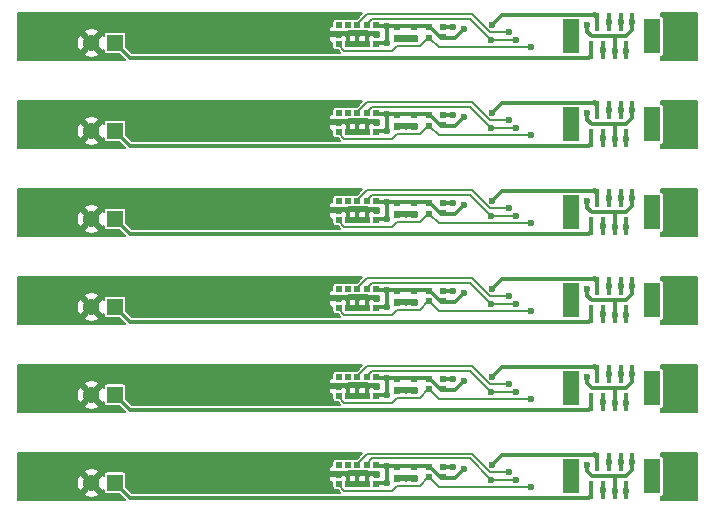
<source format=gbr>
%TF.GenerationSoftware,KiCad,Pcbnew,(5.1.9)-1*%
%TF.CreationDate,2022-02-15T00:45:03-06:00*%
%TF.ProjectId,CC_TOF_PANELIZED,43435f54-4f46-45f5-9041-4e454c495a45,000*%
%TF.SameCoordinates,Original*%
%TF.FileFunction,Copper,L1,Top*%
%TF.FilePolarity,Positive*%
%FSLAX46Y46*%
G04 Gerber Fmt 4.6, Leading zero omitted, Abs format (unit mm)*
G04 Created by KiCad (PCBNEW (5.1.9)-1) date 2022-02-15 00:45:03*
%MOMM*%
%LPD*%
G01*
G04 APERTURE LIST*
%TA.AperFunction,SMDPad,CuDef*%
%ADD10R,0.550000X0.500000*%
%TD*%
%TA.AperFunction,SMDPad,CuDef*%
%ADD11R,0.400000X1.600000*%
%TD*%
%TA.AperFunction,SMDPad,CuDef*%
%ADD12R,1.400000X2.900000*%
%TD*%
%TA.AperFunction,ComponentPad*%
%ADD13R,1.368000X1.368000*%
%TD*%
%TA.AperFunction,ComponentPad*%
%ADD14C,1.368000*%
%TD*%
%TA.AperFunction,SMDPad,CuDef*%
%ADD15R,0.600000X0.490000*%
%TD*%
%TA.AperFunction,SMDPad,CuDef*%
%ADD16R,0.508000X0.508000*%
%TD*%
%TA.AperFunction,ViaPad*%
%ADD17C,0.600000*%
%TD*%
%TA.AperFunction,Conductor*%
%ADD18C,0.300000*%
%TD*%
%TA.AperFunction,Conductor*%
%ADD19C,0.150000*%
%TD*%
%TA.AperFunction,Conductor*%
%ADD20C,0.100000*%
%TD*%
G04 APERTURE END LIST*
D10*
%TO.P,C2,1*%
%TO.N,V2.8*%
X81560000Y-66485000D03*
%TO.P,C2,2*%
%TO.N,GND*%
X81560000Y-67465000D03*
%TD*%
%TO.P,C2,1*%
%TO.N,V2.8*%
X81560000Y-59035000D03*
%TO.P,C2,2*%
%TO.N,GND*%
X81560000Y-60015000D03*
%TD*%
%TO.P,C2,1*%
%TO.N,V2.8*%
X81560000Y-51585000D03*
%TO.P,C2,2*%
%TO.N,GND*%
X81560000Y-52565000D03*
%TD*%
%TO.P,C2,1*%
%TO.N,V2.8*%
X81560000Y-44135000D03*
%TO.P,C2,2*%
%TO.N,GND*%
X81560000Y-45115000D03*
%TD*%
%TO.P,C2,1*%
%TO.N,V2.8*%
X81560000Y-36685000D03*
%TO.P,C2,2*%
%TO.N,GND*%
X81560000Y-37665000D03*
%TD*%
%TO.P,C1,2*%
%TO.N,GND*%
X80070000Y-67465000D03*
%TO.P,C1,1*%
%TO.N,V2.8*%
X80070000Y-66485000D03*
%TD*%
%TO.P,C1,2*%
%TO.N,GND*%
X80070000Y-60015000D03*
%TO.P,C1,1*%
%TO.N,V2.8*%
X80070000Y-59035000D03*
%TD*%
%TO.P,C1,2*%
%TO.N,GND*%
X80070000Y-52565000D03*
%TO.P,C1,1*%
%TO.N,V2.8*%
X80070000Y-51585000D03*
%TD*%
%TO.P,C1,2*%
%TO.N,GND*%
X80070000Y-45115000D03*
%TO.P,C1,1*%
%TO.N,V2.8*%
X80070000Y-44135000D03*
%TD*%
%TO.P,C1,2*%
%TO.N,GND*%
X80070000Y-37665000D03*
%TO.P,C1,1*%
%TO.N,V2.8*%
X80070000Y-36685000D03*
%TD*%
D11*
%TO.P,J1,8*%
%TO.N,GND*%
X100015000Y-66085000D03*
%TO.P,J1,7*%
%TO.N,SCL*%
X99515000Y-68485000D03*
%TO.P,J1,6*%
%TO.N,SDA*%
X99015000Y-66085000D03*
%TO.P,J1,5*%
%TO.N,GND*%
X98515000Y-68485000D03*
%TO.P,J1,4*%
%TO.N,XSHUT2*%
X98015000Y-66085000D03*
%TO.P,J1,3*%
%TO.N,XSHUT1*%
X97515000Y-68485000D03*
%TO.P,J1,2*%
%TO.N,V2.8*%
X97015000Y-66085000D03*
%TO.P,J1,1*%
%TO.N,VBATT*%
X96515000Y-68485000D03*
D12*
%TO.P,J1,S2*%
%TO.N,Net-(J1-PadS2)*%
X101715000Y-67285000D03*
%TO.P,J1,S1*%
%TO.N,Net-(J1-PadS1)*%
X94815000Y-67285000D03*
%TD*%
D11*
%TO.P,J1,8*%
%TO.N,GND*%
X100015000Y-58635000D03*
%TO.P,J1,7*%
%TO.N,SCL*%
X99515000Y-61035000D03*
%TO.P,J1,6*%
%TO.N,SDA*%
X99015000Y-58635000D03*
%TO.P,J1,5*%
%TO.N,GND*%
X98515000Y-61035000D03*
%TO.P,J1,4*%
%TO.N,XSHUT2*%
X98015000Y-58635000D03*
%TO.P,J1,3*%
%TO.N,XSHUT1*%
X97515000Y-61035000D03*
%TO.P,J1,2*%
%TO.N,V2.8*%
X97015000Y-58635000D03*
%TO.P,J1,1*%
%TO.N,VBATT*%
X96515000Y-61035000D03*
D12*
%TO.P,J1,S2*%
%TO.N,Net-(J1-PadS2)*%
X101715000Y-59835000D03*
%TO.P,J1,S1*%
%TO.N,Net-(J1-PadS1)*%
X94815000Y-59835000D03*
%TD*%
D11*
%TO.P,J1,8*%
%TO.N,GND*%
X100015000Y-51185000D03*
%TO.P,J1,7*%
%TO.N,SCL*%
X99515000Y-53585000D03*
%TO.P,J1,6*%
%TO.N,SDA*%
X99015000Y-51185000D03*
%TO.P,J1,5*%
%TO.N,GND*%
X98515000Y-53585000D03*
%TO.P,J1,4*%
%TO.N,XSHUT2*%
X98015000Y-51185000D03*
%TO.P,J1,3*%
%TO.N,XSHUT1*%
X97515000Y-53585000D03*
%TO.P,J1,2*%
%TO.N,V2.8*%
X97015000Y-51185000D03*
%TO.P,J1,1*%
%TO.N,VBATT*%
X96515000Y-53585000D03*
D12*
%TO.P,J1,S2*%
%TO.N,Net-(J1-PadS2)*%
X101715000Y-52385000D03*
%TO.P,J1,S1*%
%TO.N,Net-(J1-PadS1)*%
X94815000Y-52385000D03*
%TD*%
D11*
%TO.P,J1,8*%
%TO.N,GND*%
X100015000Y-43735000D03*
%TO.P,J1,7*%
%TO.N,SCL*%
X99515000Y-46135000D03*
%TO.P,J1,6*%
%TO.N,SDA*%
X99015000Y-43735000D03*
%TO.P,J1,5*%
%TO.N,GND*%
X98515000Y-46135000D03*
%TO.P,J1,4*%
%TO.N,XSHUT2*%
X98015000Y-43735000D03*
%TO.P,J1,3*%
%TO.N,XSHUT1*%
X97515000Y-46135000D03*
%TO.P,J1,2*%
%TO.N,V2.8*%
X97015000Y-43735000D03*
%TO.P,J1,1*%
%TO.N,VBATT*%
X96515000Y-46135000D03*
D12*
%TO.P,J1,S2*%
%TO.N,Net-(J1-PadS2)*%
X101715000Y-44935000D03*
%TO.P,J1,S1*%
%TO.N,Net-(J1-PadS1)*%
X94815000Y-44935000D03*
%TD*%
D11*
%TO.P,J1,8*%
%TO.N,GND*%
X100015000Y-36285000D03*
%TO.P,J1,7*%
%TO.N,SCL*%
X99515000Y-38685000D03*
%TO.P,J1,6*%
%TO.N,SDA*%
X99015000Y-36285000D03*
%TO.P,J1,5*%
%TO.N,GND*%
X98515000Y-38685000D03*
%TO.P,J1,4*%
%TO.N,XSHUT2*%
X98015000Y-36285000D03*
%TO.P,J1,3*%
%TO.N,XSHUT1*%
X97515000Y-38685000D03*
%TO.P,J1,2*%
%TO.N,V2.8*%
X97015000Y-36285000D03*
%TO.P,J1,1*%
%TO.N,VBATT*%
X96515000Y-38685000D03*
D12*
%TO.P,J1,S2*%
%TO.N,Net-(J1-PadS2)*%
X101715000Y-37485000D03*
%TO.P,J1,S1*%
%TO.N,Net-(J1-PadS1)*%
X94815000Y-37485000D03*
%TD*%
D13*
%TO.P,J2,1*%
%TO.N,VBATT*%
X56215000Y-67840000D03*
D14*
%TO.P,J2,2*%
%TO.N,GND*%
X54215000Y-67840000D03*
%TD*%
D13*
%TO.P,J2,1*%
%TO.N,VBATT*%
X56215000Y-60390000D03*
D14*
%TO.P,J2,2*%
%TO.N,GND*%
X54215000Y-60390000D03*
%TD*%
D13*
%TO.P,J2,1*%
%TO.N,VBATT*%
X56215000Y-52940000D03*
D14*
%TO.P,J2,2*%
%TO.N,GND*%
X54215000Y-52940000D03*
%TD*%
D13*
%TO.P,J2,1*%
%TO.N,VBATT*%
X56215000Y-45490000D03*
D14*
%TO.P,J2,2*%
%TO.N,GND*%
X54215000Y-45490000D03*
%TD*%
D13*
%TO.P,J2,1*%
%TO.N,VBATT*%
X56215000Y-38040000D03*
D14*
%TO.P,J2,2*%
%TO.N,GND*%
X54215000Y-38040000D03*
%TD*%
D15*
%TO.P,R2,1*%
%TO.N,XSHUT2*%
X83980000Y-66463000D03*
%TO.P,R2,2*%
%TO.N,V2.8*%
X83980000Y-67377000D03*
%TD*%
%TO.P,R2,1*%
%TO.N,XSHUT2*%
X83980000Y-59013000D03*
%TO.P,R2,2*%
%TO.N,V2.8*%
X83980000Y-59927000D03*
%TD*%
%TO.P,R2,1*%
%TO.N,XSHUT2*%
X83980000Y-51563000D03*
%TO.P,R2,2*%
%TO.N,V2.8*%
X83980000Y-52477000D03*
%TD*%
%TO.P,R2,1*%
%TO.N,XSHUT2*%
X83980000Y-44113000D03*
%TO.P,R2,2*%
%TO.N,V2.8*%
X83980000Y-45027000D03*
%TD*%
%TO.P,R2,1*%
%TO.N,XSHUT2*%
X83980000Y-36663000D03*
%TO.P,R2,2*%
%TO.N,V2.8*%
X83980000Y-37577000D03*
%TD*%
D16*
%TO.P,U1,11*%
%TO.N,V2.8*%
X78340200Y-66324900D03*
%TO.P,U1,10*%
%TO.N,SCL*%
X77540100Y-66324900D03*
%TO.P,U1,9*%
%TO.N,SDA*%
X76740000Y-66324900D03*
%TO.P,U1,8*%
%TO.N,Net-(U1-Pad8)*%
X75939900Y-66324900D03*
%TO.P,U1,7*%
%TO.N,Net-(U1-Pad7)*%
X75139800Y-66324900D03*
%TO.P,U1,6*%
%TO.N,GND*%
X75139800Y-67125000D03*
%TO.P,U1,5*%
%TO.N,XSHUT1*%
X75139800Y-67925100D03*
%TO.P,U1,4*%
%TO.N,GND*%
X75939900Y-67925100D03*
%TO.P,U1,3*%
X76740000Y-67925100D03*
%TO.P,U1,2*%
X77540100Y-67925100D03*
%TO.P,U1,1*%
%TO.N,V2.8*%
X78340200Y-67925100D03*
%TO.P,U1,12*%
%TO.N,GND*%
X78340200Y-67125000D03*
%TD*%
%TO.P,U1,11*%
%TO.N,V2.8*%
X78340200Y-58874900D03*
%TO.P,U1,10*%
%TO.N,SCL*%
X77540100Y-58874900D03*
%TO.P,U1,9*%
%TO.N,SDA*%
X76740000Y-58874900D03*
%TO.P,U1,8*%
%TO.N,Net-(U1-Pad8)*%
X75939900Y-58874900D03*
%TO.P,U1,7*%
%TO.N,Net-(U1-Pad7)*%
X75139800Y-58874900D03*
%TO.P,U1,6*%
%TO.N,GND*%
X75139800Y-59675000D03*
%TO.P,U1,5*%
%TO.N,XSHUT1*%
X75139800Y-60475100D03*
%TO.P,U1,4*%
%TO.N,GND*%
X75939900Y-60475100D03*
%TO.P,U1,3*%
X76740000Y-60475100D03*
%TO.P,U1,2*%
X77540100Y-60475100D03*
%TO.P,U1,1*%
%TO.N,V2.8*%
X78340200Y-60475100D03*
%TO.P,U1,12*%
%TO.N,GND*%
X78340200Y-59675000D03*
%TD*%
%TO.P,U1,11*%
%TO.N,V2.8*%
X78340200Y-51424900D03*
%TO.P,U1,10*%
%TO.N,SCL*%
X77540100Y-51424900D03*
%TO.P,U1,9*%
%TO.N,SDA*%
X76740000Y-51424900D03*
%TO.P,U1,8*%
%TO.N,Net-(U1-Pad8)*%
X75939900Y-51424900D03*
%TO.P,U1,7*%
%TO.N,Net-(U1-Pad7)*%
X75139800Y-51424900D03*
%TO.P,U1,6*%
%TO.N,GND*%
X75139800Y-52225000D03*
%TO.P,U1,5*%
%TO.N,XSHUT1*%
X75139800Y-53025100D03*
%TO.P,U1,4*%
%TO.N,GND*%
X75939900Y-53025100D03*
%TO.P,U1,3*%
X76740000Y-53025100D03*
%TO.P,U1,2*%
X77540100Y-53025100D03*
%TO.P,U1,1*%
%TO.N,V2.8*%
X78340200Y-53025100D03*
%TO.P,U1,12*%
%TO.N,GND*%
X78340200Y-52225000D03*
%TD*%
%TO.P,U1,11*%
%TO.N,V2.8*%
X78340200Y-43974900D03*
%TO.P,U1,10*%
%TO.N,SCL*%
X77540100Y-43974900D03*
%TO.P,U1,9*%
%TO.N,SDA*%
X76740000Y-43974900D03*
%TO.P,U1,8*%
%TO.N,Net-(U1-Pad8)*%
X75939900Y-43974900D03*
%TO.P,U1,7*%
%TO.N,Net-(U1-Pad7)*%
X75139800Y-43974900D03*
%TO.P,U1,6*%
%TO.N,GND*%
X75139800Y-44775000D03*
%TO.P,U1,5*%
%TO.N,XSHUT1*%
X75139800Y-45575100D03*
%TO.P,U1,4*%
%TO.N,GND*%
X75939900Y-45575100D03*
%TO.P,U1,3*%
X76740000Y-45575100D03*
%TO.P,U1,2*%
X77540100Y-45575100D03*
%TO.P,U1,1*%
%TO.N,V2.8*%
X78340200Y-45575100D03*
%TO.P,U1,12*%
%TO.N,GND*%
X78340200Y-44775000D03*
%TD*%
%TO.P,U1,11*%
%TO.N,V2.8*%
X78340200Y-36524900D03*
%TO.P,U1,10*%
%TO.N,SCL*%
X77540100Y-36524900D03*
%TO.P,U1,9*%
%TO.N,SDA*%
X76740000Y-36524900D03*
%TO.P,U1,8*%
%TO.N,Net-(U1-Pad8)*%
X75939900Y-36524900D03*
%TO.P,U1,7*%
%TO.N,Net-(U1-Pad7)*%
X75139800Y-36524900D03*
%TO.P,U1,6*%
%TO.N,GND*%
X75139800Y-37325000D03*
%TO.P,U1,5*%
%TO.N,XSHUT1*%
X75139800Y-38125100D03*
%TO.P,U1,4*%
%TO.N,GND*%
X75939900Y-38125100D03*
%TO.P,U1,3*%
X76740000Y-38125100D03*
%TO.P,U1,2*%
X77540100Y-38125100D03*
%TO.P,U1,1*%
%TO.N,V2.8*%
X78340200Y-38125100D03*
%TO.P,U1,12*%
%TO.N,GND*%
X78340200Y-37325000D03*
%TD*%
D15*
%TO.P,R1,2*%
%TO.N,V2.8*%
X82770000Y-66473000D03*
%TO.P,R1,1*%
%TO.N,XSHUT1*%
X82770000Y-67387000D03*
%TD*%
%TO.P,R1,2*%
%TO.N,V2.8*%
X82770000Y-59023000D03*
%TO.P,R1,1*%
%TO.N,XSHUT1*%
X82770000Y-59937000D03*
%TD*%
%TO.P,R1,2*%
%TO.N,V2.8*%
X82770000Y-51573000D03*
%TO.P,R1,1*%
%TO.N,XSHUT1*%
X82770000Y-52487000D03*
%TD*%
%TO.P,R1,2*%
%TO.N,V2.8*%
X82770000Y-44123000D03*
%TO.P,R1,1*%
%TO.N,XSHUT1*%
X82770000Y-45037000D03*
%TD*%
%TO.P,R1,2*%
%TO.N,V2.8*%
X82770000Y-36673000D03*
%TO.P,R1,1*%
%TO.N,XSHUT1*%
X82770000Y-37587000D03*
%TD*%
D16*
%TO.P,U1,12*%
%TO.N,GND*%
X78340200Y-29875000D03*
%TO.P,U1,1*%
%TO.N,V2.8*%
X78340200Y-30675100D03*
%TO.P,U1,2*%
%TO.N,GND*%
X77540100Y-30675100D03*
%TO.P,U1,3*%
X76740000Y-30675100D03*
%TO.P,U1,4*%
X75939900Y-30675100D03*
%TO.P,U1,5*%
%TO.N,XSHUT1*%
X75139800Y-30675100D03*
%TO.P,U1,6*%
%TO.N,GND*%
X75139800Y-29875000D03*
%TO.P,U1,7*%
%TO.N,Net-(U1-Pad7)*%
X75139800Y-29074900D03*
%TO.P,U1,8*%
%TO.N,Net-(U1-Pad8)*%
X75939900Y-29074900D03*
%TO.P,U1,9*%
%TO.N,SDA*%
X76740000Y-29074900D03*
%TO.P,U1,10*%
%TO.N,SCL*%
X77540100Y-29074900D03*
%TO.P,U1,11*%
%TO.N,V2.8*%
X78340200Y-29074900D03*
%TD*%
D12*
%TO.P,J1,S1*%
%TO.N,Net-(J1-PadS1)*%
X94815000Y-30035000D03*
%TO.P,J1,S2*%
%TO.N,Net-(J1-PadS2)*%
X101715000Y-30035000D03*
D11*
%TO.P,J1,1*%
%TO.N,VBATT*%
X96515000Y-31235000D03*
%TO.P,J1,2*%
%TO.N,V2.8*%
X97015000Y-28835000D03*
%TO.P,J1,3*%
%TO.N,XSHUT1*%
X97515000Y-31235000D03*
%TO.P,J1,4*%
%TO.N,XSHUT2*%
X98015000Y-28835000D03*
%TO.P,J1,5*%
%TO.N,GND*%
X98515000Y-31235000D03*
%TO.P,J1,6*%
%TO.N,SDA*%
X99015000Y-28835000D03*
%TO.P,J1,7*%
%TO.N,SCL*%
X99515000Y-31235000D03*
%TO.P,J1,8*%
%TO.N,GND*%
X100015000Y-28835000D03*
%TD*%
D14*
%TO.P,J2,2*%
%TO.N,GND*%
X54215000Y-30590000D03*
D13*
%TO.P,J2,1*%
%TO.N,VBATT*%
X56215000Y-30590000D03*
%TD*%
D10*
%TO.P,C1,1*%
%TO.N,V2.8*%
X80070000Y-29235000D03*
%TO.P,C1,2*%
%TO.N,GND*%
X80070000Y-30215000D03*
%TD*%
%TO.P,C2,2*%
%TO.N,GND*%
X81560000Y-30215000D03*
%TO.P,C2,1*%
%TO.N,V2.8*%
X81560000Y-29235000D03*
%TD*%
D15*
%TO.P,R2,2*%
%TO.N,V2.8*%
X83980000Y-30127000D03*
%TO.P,R2,1*%
%TO.N,XSHUT2*%
X83980000Y-29213000D03*
%TD*%
%TO.P,R1,1*%
%TO.N,XSHUT1*%
X82770000Y-30137000D03*
%TO.P,R1,2*%
%TO.N,V2.8*%
X82770000Y-29223000D03*
%TD*%
D17*
%TO.N,GND*%
X98515000Y-31285000D03*
X48882533Y-28675000D03*
X73150000Y-28675000D03*
X65180000Y-30005000D03*
X58910000Y-30015000D03*
X48882533Y-31325000D03*
X71450000Y-30005000D03*
X80804992Y-30215008D03*
X104830000Y-28675000D03*
X104830000Y-31325000D03*
X73150000Y-31045000D03*
X96180000Y-29060000D03*
X100015000Y-28835000D03*
X80804992Y-37665008D03*
X80804992Y-45115008D03*
X80804992Y-52565008D03*
X80804992Y-60015008D03*
X80804992Y-67465008D03*
X73150000Y-38495000D03*
X73150000Y-45945000D03*
X73150000Y-53395000D03*
X73150000Y-60845000D03*
X73150000Y-68295000D03*
X65180000Y-37455000D03*
X65180000Y-44905000D03*
X65180000Y-52355000D03*
X65180000Y-59805000D03*
X65180000Y-67255000D03*
X71450000Y-37455000D03*
X71450000Y-44905000D03*
X71450000Y-52355000D03*
X71450000Y-59805000D03*
X71450000Y-67255000D03*
X73150000Y-36125000D03*
X73150000Y-43575000D03*
X73150000Y-51025000D03*
X73150000Y-58475000D03*
X73150000Y-65925000D03*
X48882533Y-38775000D03*
X48882533Y-46225000D03*
X48882533Y-53675000D03*
X48882533Y-61125000D03*
X48882533Y-68575000D03*
X98515000Y-38735000D03*
X98515000Y-46185000D03*
X98515000Y-53635000D03*
X98515000Y-61085000D03*
X98515000Y-68535000D03*
X104830000Y-36125000D03*
X104830000Y-43575000D03*
X104830000Y-51025000D03*
X104830000Y-58475000D03*
X104830000Y-65925000D03*
X100015000Y-36285000D03*
X100015000Y-43735000D03*
X100015000Y-51185000D03*
X100015000Y-58635000D03*
X100015000Y-66085000D03*
X96180000Y-36510000D03*
X96180000Y-43960000D03*
X96180000Y-51410000D03*
X96180000Y-58860000D03*
X96180000Y-66310000D03*
X48882533Y-36125000D03*
X48882533Y-43575000D03*
X48882533Y-51025000D03*
X48882533Y-58475000D03*
X48882533Y-65925000D03*
X104830000Y-38775000D03*
X104830000Y-46225000D03*
X104830000Y-53675000D03*
X104830000Y-61125000D03*
X104830000Y-68575000D03*
X58910000Y-37465000D03*
X58910000Y-44915000D03*
X58910000Y-52365000D03*
X58910000Y-59815000D03*
X58910000Y-67265000D03*
%TO.N,V2.8*%
X79200000Y-30580000D03*
X79200000Y-29170000D03*
X88149998Y-29050002D03*
X85770000Y-29380000D03*
X85770000Y-36830000D03*
X85770000Y-44280000D03*
X85770000Y-51730000D03*
X85770000Y-59180000D03*
X85770000Y-66630000D03*
X79200000Y-36620000D03*
X79200000Y-44070000D03*
X79200000Y-51520000D03*
X79200000Y-58970000D03*
X79200000Y-66420000D03*
X88149998Y-36500002D03*
X88149998Y-43950002D03*
X88149998Y-51400002D03*
X88149998Y-58850002D03*
X88149998Y-66300002D03*
X79200000Y-38030000D03*
X79200000Y-45480000D03*
X79200000Y-52930000D03*
X79200000Y-60380000D03*
X79200000Y-67830000D03*
%TO.N,XSHUT2*%
X98015000Y-28835000D03*
X84826984Y-29213000D03*
X98015000Y-36285000D03*
X98015000Y-43735000D03*
X98015000Y-51185000D03*
X98015000Y-58635000D03*
X98015000Y-66085000D03*
X84826984Y-36663000D03*
X84826984Y-44113000D03*
X84826984Y-51563000D03*
X84826984Y-59013000D03*
X84826984Y-66463000D03*
%TO.N,XSHUT1*%
X97515000Y-31235000D03*
X91460000Y-30950000D03*
X97515000Y-38685000D03*
X97515000Y-46135000D03*
X97515000Y-53585000D03*
X97515000Y-61035000D03*
X97515000Y-68485000D03*
X91460000Y-38400000D03*
X91460000Y-45850000D03*
X91460000Y-53300000D03*
X91460000Y-60750000D03*
X91460000Y-68200000D03*
%TO.N,SDA*%
X99015000Y-28835000D03*
X89590000Y-29710000D03*
X99015000Y-36285000D03*
X99015000Y-43735000D03*
X99015000Y-51185000D03*
X99015000Y-58635000D03*
X99015000Y-66085000D03*
X89590000Y-37160000D03*
X89590000Y-44610000D03*
X89590000Y-52060000D03*
X89590000Y-59510000D03*
X89590000Y-66960000D03*
%TO.N,SCL*%
X99515000Y-31285000D03*
X90170000Y-30330002D03*
X88060002Y-30330002D03*
X90170000Y-37780002D03*
X90170000Y-45230002D03*
X90170000Y-52680002D03*
X90170000Y-60130002D03*
X90170000Y-67580002D03*
X99515000Y-38735000D03*
X99515000Y-46185000D03*
X99515000Y-53635000D03*
X99515000Y-61085000D03*
X99515000Y-68535000D03*
X88060002Y-37780002D03*
X88060002Y-45230002D03*
X88060002Y-52680002D03*
X88060002Y-60130002D03*
X88060002Y-67580002D03*
%TD*%
D18*
%TO.N,GND*%
X75139800Y-29875000D02*
X78340200Y-29875000D01*
X76740000Y-30675100D02*
X76740000Y-29875000D01*
X75939900Y-30675100D02*
X75939900Y-29875000D01*
X77540100Y-30675100D02*
X77540100Y-29875000D01*
X80070000Y-30215000D02*
X80804984Y-30215000D01*
X80804984Y-30215000D02*
X80804992Y-30215008D01*
X80805000Y-30215000D02*
X80804992Y-30215008D01*
X81560000Y-30215000D02*
X80805000Y-30215000D01*
X98515000Y-30045000D02*
X98510000Y-30040000D01*
X98515000Y-31235000D02*
X98515000Y-30045000D01*
X96180000Y-29630002D02*
X96589998Y-30040000D01*
X96180000Y-29060000D02*
X96180000Y-29630002D01*
X96589998Y-30040000D02*
X99500000Y-30040000D01*
X99500000Y-30040000D02*
X100015000Y-29525000D01*
X100015000Y-29525000D02*
X100015000Y-28835000D01*
X98515000Y-37495000D02*
X98510000Y-37490000D01*
X98515000Y-44945000D02*
X98510000Y-44940000D01*
X98515000Y-52395000D02*
X98510000Y-52390000D01*
X98515000Y-59845000D02*
X98510000Y-59840000D01*
X98515000Y-67295000D02*
X98510000Y-67290000D01*
X76740000Y-38125100D02*
X76740000Y-37325000D01*
X76740000Y-45575100D02*
X76740000Y-44775000D01*
X76740000Y-53025100D02*
X76740000Y-52225000D01*
X76740000Y-60475100D02*
X76740000Y-59675000D01*
X76740000Y-67925100D02*
X76740000Y-67125000D01*
X80070000Y-37665000D02*
X80804984Y-37665000D01*
X80070000Y-45115000D02*
X80804984Y-45115000D01*
X80070000Y-52565000D02*
X80804984Y-52565000D01*
X80070000Y-60015000D02*
X80804984Y-60015000D01*
X80070000Y-67465000D02*
X80804984Y-67465000D01*
X96589998Y-37490000D02*
X99500000Y-37490000D01*
X96589998Y-44940000D02*
X99500000Y-44940000D01*
X96589998Y-52390000D02*
X99500000Y-52390000D01*
X96589998Y-59840000D02*
X99500000Y-59840000D01*
X96589998Y-67290000D02*
X99500000Y-67290000D01*
X75139800Y-37325000D02*
X78340200Y-37325000D01*
X75139800Y-44775000D02*
X78340200Y-44775000D01*
X75139800Y-52225000D02*
X78340200Y-52225000D01*
X75139800Y-59675000D02*
X78340200Y-59675000D01*
X75139800Y-67125000D02*
X78340200Y-67125000D01*
X96180000Y-37080002D02*
X96589998Y-37490000D01*
X96180000Y-44530002D02*
X96589998Y-44940000D01*
X96180000Y-51980002D02*
X96589998Y-52390000D01*
X96180000Y-59430002D02*
X96589998Y-59840000D01*
X96180000Y-66880002D02*
X96589998Y-67290000D01*
X96180000Y-36510000D02*
X96180000Y-37080002D01*
X96180000Y-43960000D02*
X96180000Y-44530002D01*
X96180000Y-51410000D02*
X96180000Y-51980002D01*
X96180000Y-58860000D02*
X96180000Y-59430002D01*
X96180000Y-66310000D02*
X96180000Y-66880002D01*
X75939900Y-38125100D02*
X75939900Y-37325000D01*
X75939900Y-45575100D02*
X75939900Y-44775000D01*
X75939900Y-53025100D02*
X75939900Y-52225000D01*
X75939900Y-60475100D02*
X75939900Y-59675000D01*
X75939900Y-67925100D02*
X75939900Y-67125000D01*
X77540100Y-38125100D02*
X77540100Y-37325000D01*
X77540100Y-45575100D02*
X77540100Y-44775000D01*
X77540100Y-53025100D02*
X77540100Y-52225000D01*
X77540100Y-60475100D02*
X77540100Y-59675000D01*
X77540100Y-67925100D02*
X77540100Y-67125000D01*
X98515000Y-38685000D02*
X98515000Y-37495000D01*
X98515000Y-46135000D02*
X98515000Y-44945000D01*
X98515000Y-53585000D02*
X98515000Y-52395000D01*
X98515000Y-61035000D02*
X98515000Y-59845000D01*
X98515000Y-68485000D02*
X98515000Y-67295000D01*
X99500000Y-37490000D02*
X100015000Y-36975000D01*
X99500000Y-44940000D02*
X100015000Y-44425000D01*
X99500000Y-52390000D02*
X100015000Y-51875000D01*
X99500000Y-59840000D02*
X100015000Y-59325000D01*
X99500000Y-67290000D02*
X100015000Y-66775000D01*
X80804984Y-37665000D02*
X80804992Y-37665008D01*
X80804984Y-45115000D02*
X80804992Y-45115008D01*
X80804984Y-52565000D02*
X80804992Y-52565008D01*
X80804984Y-60015000D02*
X80804992Y-60015008D01*
X80804984Y-67465000D02*
X80804992Y-67465008D01*
X80805000Y-37665000D02*
X80804992Y-37665008D01*
X80805000Y-45115000D02*
X80804992Y-45115008D01*
X80805000Y-52565000D02*
X80804992Y-52565008D01*
X80805000Y-60015000D02*
X80804992Y-60015008D01*
X80805000Y-67465000D02*
X80804992Y-67465008D01*
X100015000Y-36975000D02*
X100015000Y-36285000D01*
X100015000Y-44425000D02*
X100015000Y-43735000D01*
X100015000Y-51875000D02*
X100015000Y-51185000D01*
X100015000Y-59325000D02*
X100015000Y-58635000D01*
X100015000Y-66775000D02*
X100015000Y-66085000D01*
X81560000Y-37665000D02*
X80805000Y-37665000D01*
X81560000Y-45115000D02*
X80805000Y-45115000D01*
X81560000Y-52565000D02*
X80805000Y-52565000D01*
X81560000Y-60015000D02*
X80805000Y-60015000D01*
X81560000Y-67465000D02*
X80805000Y-67465000D01*
%TO.N,V2.8*%
X96840000Y-28185000D02*
X96800000Y-28185000D01*
X97015000Y-28505000D02*
X96744999Y-28234999D01*
X96744999Y-28234999D02*
X88965001Y-28234999D01*
X88965001Y-28234999D02*
X88149998Y-29050002D01*
X97015000Y-28835000D02*
X97015000Y-28505000D01*
X85008000Y-30142000D02*
X85770000Y-29380000D01*
X84460000Y-30142000D02*
X85008000Y-30142000D01*
X83822000Y-30142000D02*
X84580000Y-30142000D01*
X82903000Y-29223000D02*
X83822000Y-30142000D01*
X79200000Y-30560000D02*
X79200000Y-29160000D01*
X79200000Y-29170000D02*
X78340200Y-29170000D01*
X79200000Y-30580000D02*
X78340200Y-30580000D01*
X79200000Y-29170000D02*
X82770000Y-29170000D01*
X97015000Y-35955000D02*
X96744999Y-35684999D01*
X97015000Y-43405000D02*
X96744999Y-43134999D01*
X97015000Y-50855000D02*
X96744999Y-50584999D01*
X97015000Y-58305000D02*
X96744999Y-58034999D01*
X97015000Y-65755000D02*
X96744999Y-65484999D01*
X83822000Y-37592000D02*
X84580000Y-37592000D01*
X83822000Y-45042000D02*
X84580000Y-45042000D01*
X83822000Y-52492000D02*
X84580000Y-52492000D01*
X83822000Y-59942000D02*
X84580000Y-59942000D01*
X83822000Y-67392000D02*
X84580000Y-67392000D01*
X79200000Y-38010000D02*
X79200000Y-36610000D01*
X79200000Y-45460000D02*
X79200000Y-44060000D01*
X79200000Y-52910000D02*
X79200000Y-51510000D01*
X79200000Y-60360000D02*
X79200000Y-58960000D01*
X79200000Y-67810000D02*
X79200000Y-66410000D01*
X79200000Y-36620000D02*
X82770000Y-36620000D01*
X79200000Y-44070000D02*
X82770000Y-44070000D01*
X79200000Y-51520000D02*
X82770000Y-51520000D01*
X79200000Y-58970000D02*
X82770000Y-58970000D01*
X79200000Y-66420000D02*
X82770000Y-66420000D01*
X85008000Y-37592000D02*
X85770000Y-36830000D01*
X85008000Y-45042000D02*
X85770000Y-44280000D01*
X85008000Y-52492000D02*
X85770000Y-51730000D01*
X85008000Y-59942000D02*
X85770000Y-59180000D01*
X85008000Y-67392000D02*
X85770000Y-66630000D01*
X79200000Y-36620000D02*
X78340200Y-36620000D01*
X79200000Y-44070000D02*
X78340200Y-44070000D01*
X79200000Y-51520000D02*
X78340200Y-51520000D01*
X79200000Y-58970000D02*
X78340200Y-58970000D01*
X79200000Y-66420000D02*
X78340200Y-66420000D01*
X96840000Y-35635000D02*
X96800000Y-35635000D01*
X96840000Y-43085000D02*
X96800000Y-43085000D01*
X96840000Y-50535000D02*
X96800000Y-50535000D01*
X96840000Y-57985000D02*
X96800000Y-57985000D01*
X96840000Y-65435000D02*
X96800000Y-65435000D01*
X79200000Y-38030000D02*
X78340200Y-38030000D01*
X79200000Y-45480000D02*
X78340200Y-45480000D01*
X79200000Y-52930000D02*
X78340200Y-52930000D01*
X79200000Y-60380000D02*
X78340200Y-60380000D01*
X79200000Y-67830000D02*
X78340200Y-67830000D01*
X96744999Y-35684999D02*
X88965001Y-35684999D01*
X96744999Y-43134999D02*
X88965001Y-43134999D01*
X96744999Y-50584999D02*
X88965001Y-50584999D01*
X96744999Y-58034999D02*
X88965001Y-58034999D01*
X96744999Y-65484999D02*
X88965001Y-65484999D01*
X88965001Y-35684999D02*
X88149998Y-36500002D01*
X88965001Y-43134999D02*
X88149998Y-43950002D01*
X88965001Y-50584999D02*
X88149998Y-51400002D01*
X88965001Y-58034999D02*
X88149998Y-58850002D01*
X88965001Y-65484999D02*
X88149998Y-66300002D01*
X84460000Y-37592000D02*
X85008000Y-37592000D01*
X84460000Y-45042000D02*
X85008000Y-45042000D01*
X84460000Y-52492000D02*
X85008000Y-52492000D01*
X84460000Y-59942000D02*
X85008000Y-59942000D01*
X84460000Y-67392000D02*
X85008000Y-67392000D01*
X97015000Y-36285000D02*
X97015000Y-35955000D01*
X97015000Y-43735000D02*
X97015000Y-43405000D01*
X97015000Y-51185000D02*
X97015000Y-50855000D01*
X97015000Y-58635000D02*
X97015000Y-58305000D01*
X97015000Y-66085000D02*
X97015000Y-65755000D01*
X82903000Y-36673000D02*
X83822000Y-37592000D01*
X82903000Y-44123000D02*
X83822000Y-45042000D01*
X82903000Y-51573000D02*
X83822000Y-52492000D01*
X82903000Y-59023000D02*
X83822000Y-59942000D01*
X82903000Y-66473000D02*
X83822000Y-67392000D01*
%TO.N,VBATT*%
X96320000Y-31884999D02*
X96360000Y-31884999D01*
X96515000Y-31635000D02*
X96515000Y-31235000D01*
X96314999Y-31835001D02*
X96515000Y-31635000D01*
X57460001Y-31835001D02*
X96314999Y-31835001D01*
X56215000Y-30590000D02*
X57460001Y-31835001D01*
X96314999Y-39285001D02*
X96515000Y-39085000D01*
X96314999Y-46735001D02*
X96515000Y-46535000D01*
X96314999Y-54185001D02*
X96515000Y-53985000D01*
X96314999Y-61635001D02*
X96515000Y-61435000D01*
X96314999Y-69085001D02*
X96515000Y-68885000D01*
X96515000Y-39085000D02*
X96515000Y-38685000D01*
X96515000Y-46535000D02*
X96515000Y-46135000D01*
X96515000Y-53985000D02*
X96515000Y-53585000D01*
X96515000Y-61435000D02*
X96515000Y-61035000D01*
X96515000Y-68885000D02*
X96515000Y-68485000D01*
X57460001Y-39285001D02*
X96314999Y-39285001D01*
X57460001Y-46735001D02*
X96314999Y-46735001D01*
X57460001Y-54185001D02*
X96314999Y-54185001D01*
X57460001Y-61635001D02*
X96314999Y-61635001D01*
X57460001Y-69085001D02*
X96314999Y-69085001D01*
X56215000Y-38040000D02*
X57460001Y-39285001D01*
X56215000Y-45490000D02*
X57460001Y-46735001D01*
X56215000Y-52940000D02*
X57460001Y-54185001D01*
X56215000Y-60390000D02*
X57460001Y-61635001D01*
X56215000Y-67840000D02*
X57460001Y-69085001D01*
X96320000Y-39334999D02*
X96360000Y-39334999D01*
X96320000Y-46784999D02*
X96360000Y-46784999D01*
X96320000Y-54234999D02*
X96360000Y-54234999D01*
X96320000Y-61684999D02*
X96360000Y-61684999D01*
X96320000Y-69134999D02*
X96360000Y-69134999D01*
%TO.N,XSHUT2*%
X83980000Y-29213000D02*
X84826984Y-29213000D01*
X83980000Y-36663000D02*
X84826984Y-36663000D01*
X83980000Y-44113000D02*
X84826984Y-44113000D01*
X83980000Y-51563000D02*
X84826984Y-51563000D01*
X83980000Y-59013000D02*
X84826984Y-59013000D01*
X83980000Y-66463000D02*
X84826984Y-66463000D01*
D19*
%TO.N,XSHUT1*%
X75609999Y-31249999D02*
X75139800Y-30779800D01*
X75139800Y-30779800D02*
X75139800Y-30675100D01*
X80069998Y-30820000D02*
X79639999Y-31249999D01*
X82030000Y-30820000D02*
X80069998Y-30820000D01*
X79639999Y-31249999D02*
X75609999Y-31249999D01*
X82713000Y-30137000D02*
X82030000Y-30820000D01*
X82807000Y-30137000D02*
X83620000Y-30950000D01*
X83880000Y-30950000D02*
X91460000Y-30950000D01*
X83620000Y-30950000D02*
X83880000Y-30950000D01*
X75139800Y-38229800D02*
X75139800Y-38125100D01*
X75139800Y-45679800D02*
X75139800Y-45575100D01*
X75139800Y-53129800D02*
X75139800Y-53025100D01*
X75139800Y-60579800D02*
X75139800Y-60475100D01*
X75139800Y-68029800D02*
X75139800Y-67925100D01*
X79639999Y-38699999D02*
X75609999Y-38699999D01*
X79639999Y-46149999D02*
X75609999Y-46149999D01*
X79639999Y-53599999D02*
X75609999Y-53599999D01*
X79639999Y-61049999D02*
X75609999Y-61049999D01*
X79639999Y-68499999D02*
X75609999Y-68499999D01*
X82713000Y-37587000D02*
X82030000Y-38270000D01*
X82713000Y-45037000D02*
X82030000Y-45720000D01*
X82713000Y-52487000D02*
X82030000Y-53170000D01*
X82713000Y-59937000D02*
X82030000Y-60620000D01*
X82713000Y-67387000D02*
X82030000Y-68070000D01*
X82807000Y-37587000D02*
X83620000Y-38400000D01*
X82807000Y-45037000D02*
X83620000Y-45850000D01*
X82807000Y-52487000D02*
X83620000Y-53300000D01*
X82807000Y-59937000D02*
X83620000Y-60750000D01*
X82807000Y-67387000D02*
X83620000Y-68200000D01*
X83880000Y-38400000D02*
X91460000Y-38400000D01*
X83880000Y-45850000D02*
X91460000Y-45850000D01*
X83880000Y-53300000D02*
X91460000Y-53300000D01*
X83880000Y-60750000D02*
X91460000Y-60750000D01*
X83880000Y-68200000D02*
X91460000Y-68200000D01*
X83620000Y-38400000D02*
X83880000Y-38400000D01*
X83620000Y-45850000D02*
X83880000Y-45850000D01*
X83620000Y-53300000D02*
X83880000Y-53300000D01*
X83620000Y-60750000D02*
X83880000Y-60750000D01*
X83620000Y-68200000D02*
X83880000Y-68200000D01*
X75609999Y-38699999D02*
X75139800Y-38229800D01*
X75609999Y-46149999D02*
X75139800Y-45679800D01*
X75609999Y-53599999D02*
X75139800Y-53129800D01*
X75609999Y-61049999D02*
X75139800Y-60579800D01*
X75609999Y-68499999D02*
X75139800Y-68029800D01*
X80069998Y-38270000D02*
X79639999Y-38699999D01*
X80069998Y-45720000D02*
X79639999Y-46149999D01*
X80069998Y-53170000D02*
X79639999Y-53599999D01*
X80069998Y-60620000D02*
X79639999Y-61049999D01*
X80069998Y-68070000D02*
X79639999Y-68499999D01*
X82030000Y-38270000D02*
X80069998Y-38270000D01*
X82030000Y-45720000D02*
X80069998Y-45720000D01*
X82030000Y-53170000D02*
X80069998Y-53170000D01*
X82030000Y-60620000D02*
X80069998Y-60620000D01*
X82030000Y-68070000D02*
X80069998Y-68070000D01*
%TO.N,SDA*%
X87958992Y-29710000D02*
X89590000Y-29710000D01*
X86428992Y-28180000D02*
X87958992Y-29710000D01*
X77530000Y-28180000D02*
X86428992Y-28180000D01*
X76740000Y-29074900D02*
X76740000Y-28970000D01*
X76740000Y-28970000D02*
X77530000Y-28180000D01*
X87958992Y-37160000D02*
X89590000Y-37160000D01*
X87958992Y-44610000D02*
X89590000Y-44610000D01*
X87958992Y-52060000D02*
X89590000Y-52060000D01*
X87958992Y-59510000D02*
X89590000Y-59510000D01*
X87958992Y-66960000D02*
X89590000Y-66960000D01*
X76740000Y-36524900D02*
X76740000Y-36420000D01*
X76740000Y-43974900D02*
X76740000Y-43870000D01*
X76740000Y-51424900D02*
X76740000Y-51320000D01*
X76740000Y-58874900D02*
X76740000Y-58770000D01*
X76740000Y-66324900D02*
X76740000Y-66220000D01*
X77530000Y-35630000D02*
X86428992Y-35630000D01*
X77530000Y-43080000D02*
X86428992Y-43080000D01*
X77530000Y-50530000D02*
X86428992Y-50530000D01*
X77530000Y-57980000D02*
X86428992Y-57980000D01*
X77530000Y-65430000D02*
X86428992Y-65430000D01*
X86428992Y-35630000D02*
X87958992Y-37160000D01*
X86428992Y-43080000D02*
X87958992Y-44610000D01*
X86428992Y-50530000D02*
X87958992Y-52060000D01*
X86428992Y-57980000D02*
X87958992Y-59510000D01*
X86428992Y-65430000D02*
X87958992Y-66960000D01*
X76740000Y-36420000D02*
X77530000Y-35630000D01*
X76740000Y-43870000D02*
X77530000Y-43080000D01*
X76740000Y-51320000D02*
X77530000Y-50530000D01*
X76740000Y-58770000D02*
X77530000Y-57980000D01*
X76740000Y-66220000D02*
X77530000Y-65430000D01*
%TO.N,SCL*%
X90170000Y-30330002D02*
X88060002Y-30330002D01*
X77540100Y-29074900D02*
X77540100Y-28969900D01*
X77540100Y-28969900D02*
X77980000Y-28530000D01*
X77980000Y-28530000D02*
X86260000Y-28530000D01*
X86260000Y-28530000D02*
X88060002Y-30330002D01*
X77980000Y-35980000D02*
X86260000Y-35980000D01*
X77980000Y-43430000D02*
X86260000Y-43430000D01*
X77980000Y-50880000D02*
X86260000Y-50880000D01*
X77980000Y-58330000D02*
X86260000Y-58330000D01*
X77980000Y-65780000D02*
X86260000Y-65780000D01*
X77540100Y-36419900D02*
X77980000Y-35980000D01*
X77540100Y-43869900D02*
X77980000Y-43430000D01*
X77540100Y-51319900D02*
X77980000Y-50880000D01*
X77540100Y-58769900D02*
X77980000Y-58330000D01*
X77540100Y-66219900D02*
X77980000Y-65780000D01*
X86260000Y-35980000D02*
X88060002Y-37780002D01*
X86260000Y-43430000D02*
X88060002Y-45230002D01*
X86260000Y-50880000D02*
X88060002Y-52680002D01*
X86260000Y-58330000D02*
X88060002Y-60130002D01*
X86260000Y-65780000D02*
X88060002Y-67580002D01*
X90170000Y-37780002D02*
X88060002Y-37780002D01*
X90170000Y-45230002D02*
X88060002Y-45230002D01*
X90170000Y-52680002D02*
X88060002Y-52680002D01*
X90170000Y-60130002D02*
X88060002Y-60130002D01*
X90170000Y-67580002D02*
X88060002Y-67580002D01*
X77540100Y-36524900D02*
X77540100Y-36419900D01*
X77540100Y-43974900D02*
X77540100Y-43869900D01*
X77540100Y-51424900D02*
X77540100Y-51319900D01*
X77540100Y-58874900D02*
X77540100Y-58769900D01*
X77540100Y-66324900D02*
X77540100Y-66219900D01*
%TD*%
%TO.N,GND*%
X105490001Y-32035000D02*
X102425000Y-32035000D01*
X102425000Y-31760345D01*
X102468909Y-31756020D01*
X102520747Y-31740296D01*
X102568521Y-31714760D01*
X102610395Y-31680395D01*
X102644760Y-31638521D01*
X102670296Y-31590747D01*
X102686020Y-31538909D01*
X102691330Y-31485000D01*
X102691330Y-28585000D01*
X102686020Y-28531091D01*
X102670296Y-28479253D01*
X102644760Y-28431479D01*
X102610395Y-28389605D01*
X102568521Y-28355240D01*
X102520747Y-28329704D01*
X102468909Y-28313980D01*
X102425000Y-28309655D01*
X102425000Y-28085000D01*
X105490000Y-28085000D01*
X105490001Y-32035000D01*
%TA.AperFunction,Conductor*%
D20*
G36*
X105490001Y-32035000D02*
G01*
X102425000Y-32035000D01*
X102425000Y-31760345D01*
X102468909Y-31756020D01*
X102520747Y-31740296D01*
X102568521Y-31714760D01*
X102610395Y-31680395D01*
X102644760Y-31638521D01*
X102670296Y-31590747D01*
X102686020Y-31538909D01*
X102691330Y-31485000D01*
X102691330Y-28585000D01*
X102686020Y-28531091D01*
X102670296Y-28479253D01*
X102644760Y-28431479D01*
X102610395Y-28389605D01*
X102568521Y-28355240D01*
X102520747Y-28329704D01*
X102468909Y-28313980D01*
X102425000Y-28309655D01*
X102425000Y-28085000D01*
X105490000Y-28085000D01*
X105490001Y-32035000D01*
G37*
%TD.AperFunction*%
D19*
X76670457Y-28544570D02*
X76486000Y-28544570D01*
X76432091Y-28549880D01*
X76380253Y-28565604D01*
X76339950Y-28587147D01*
X76299647Y-28565604D01*
X76247809Y-28549880D01*
X76193900Y-28544570D01*
X75685900Y-28544570D01*
X75631991Y-28549880D01*
X75580153Y-28565604D01*
X75539850Y-28587147D01*
X75499547Y-28565604D01*
X75447709Y-28549880D01*
X75393800Y-28544570D01*
X74885800Y-28544570D01*
X74831891Y-28549880D01*
X74780053Y-28565604D01*
X74732279Y-28591140D01*
X74690405Y-28625505D01*
X74656040Y-28667379D01*
X74630504Y-28715153D01*
X74614780Y-28766991D01*
X74609470Y-28820900D01*
X74609470Y-29115195D01*
X74594045Y-29122291D01*
X74502358Y-29188792D01*
X74425406Y-29271902D01*
X74366146Y-29368429D01*
X74326857Y-29474661D01*
X74310800Y-29556250D01*
X74454550Y-29700000D01*
X74964800Y-29700000D01*
X74964800Y-29680000D01*
X75314800Y-29680000D01*
X75314800Y-29700000D01*
X75825050Y-29700000D01*
X75919820Y-29605230D01*
X76193900Y-29605230D01*
X76247809Y-29599920D01*
X76299647Y-29584196D01*
X76339950Y-29562653D01*
X76380253Y-29584196D01*
X76432091Y-29599920D01*
X76486000Y-29605230D01*
X76994000Y-29605230D01*
X77047909Y-29599920D01*
X77099747Y-29584196D01*
X77140050Y-29562653D01*
X77180353Y-29584196D01*
X77232191Y-29599920D01*
X77286100Y-29605230D01*
X77560180Y-29605230D01*
X77654950Y-29700000D01*
X78165200Y-29700000D01*
X78165200Y-29680000D01*
X78515200Y-29680000D01*
X78515200Y-29700000D01*
X78535200Y-29700000D01*
X78535200Y-30050000D01*
X78515200Y-30050000D01*
X78515200Y-30070000D01*
X78249766Y-30070000D01*
X78226308Y-30037658D01*
X78143198Y-29960706D01*
X78046671Y-29901446D01*
X77940439Y-29862157D01*
X77858850Y-29846100D01*
X77715100Y-29989850D01*
X77715100Y-30050000D01*
X77654950Y-30050000D01*
X77518828Y-30186122D01*
X77492709Y-30129345D01*
X77426208Y-30037658D01*
X77343098Y-29960706D01*
X77324599Y-29949349D01*
X77221350Y-29846100D01*
X77140050Y-29862100D01*
X77058750Y-29846100D01*
X76955501Y-29949349D01*
X76937002Y-29960706D01*
X76853892Y-30037658D01*
X76787391Y-30129345D01*
X76740055Y-30232244D01*
X76740000Y-30232474D01*
X76739945Y-30232244D01*
X76692609Y-30129345D01*
X76626108Y-30037658D01*
X76542998Y-29960706D01*
X76524499Y-29949349D01*
X76421250Y-29846100D01*
X76339950Y-29862100D01*
X76258650Y-29846100D01*
X76155401Y-29949349D01*
X76136902Y-29960706D01*
X76053792Y-30037658D01*
X75987291Y-30129345D01*
X75961172Y-30186122D01*
X75825050Y-30050000D01*
X75764900Y-30050000D01*
X75764900Y-29989850D01*
X75621150Y-29846100D01*
X75539561Y-29862157D01*
X75433329Y-29901446D01*
X75336802Y-29960706D01*
X75253692Y-30037658D01*
X75230234Y-30070000D01*
X74964800Y-30070000D01*
X74964800Y-30050000D01*
X74454550Y-30050000D01*
X74310800Y-30193750D01*
X74326857Y-30275339D01*
X74366146Y-30381571D01*
X74425406Y-30478098D01*
X74502358Y-30561208D01*
X74594045Y-30627709D01*
X74609470Y-30634805D01*
X74609470Y-30929100D01*
X74614780Y-30983009D01*
X74630504Y-31034847D01*
X74656040Y-31082621D01*
X74690405Y-31124495D01*
X74732279Y-31158860D01*
X74780053Y-31184396D01*
X74831891Y-31200120D01*
X74885800Y-31205430D01*
X75070457Y-31205430D01*
X75275027Y-31410001D01*
X57636042Y-31410001D01*
X57175330Y-30949289D01*
X57175330Y-29906000D01*
X57170020Y-29852091D01*
X57154296Y-29800253D01*
X57128760Y-29752479D01*
X57094395Y-29710605D01*
X57052521Y-29676240D01*
X57004747Y-29650704D01*
X56952909Y-29634980D01*
X56899000Y-29629670D01*
X55531000Y-29629670D01*
X55477091Y-29634980D01*
X55425253Y-29650704D01*
X55377479Y-29676240D01*
X55335605Y-29710605D01*
X55301240Y-29752479D01*
X55275704Y-29800253D01*
X55259980Y-29852091D01*
X55254670Y-29906000D01*
X55254670Y-29971450D01*
X55121937Y-29930551D01*
X54462487Y-30590000D01*
X55121937Y-31249449D01*
X55254670Y-31208550D01*
X55254670Y-31274000D01*
X55259980Y-31327909D01*
X55275704Y-31379747D01*
X55301240Y-31427521D01*
X55335605Y-31469395D01*
X55377479Y-31503760D01*
X55425253Y-31529296D01*
X55477091Y-31545020D01*
X55531000Y-31550330D01*
X56574289Y-31550330D01*
X57058959Y-32035000D01*
X47990000Y-32035000D01*
X47990000Y-31496937D01*
X53555551Y-31496937D01*
X53620125Y-31706504D01*
X53849374Y-31801105D01*
X54092674Y-31849164D01*
X54340676Y-31848834D01*
X54583847Y-31800128D01*
X54809875Y-31706504D01*
X54874449Y-31496937D01*
X54215000Y-30837487D01*
X53555551Y-31496937D01*
X47990000Y-31496937D01*
X47990000Y-30467674D01*
X52955836Y-30467674D01*
X52956166Y-30715676D01*
X53004872Y-30958847D01*
X53098496Y-31184875D01*
X53308063Y-31249449D01*
X53967513Y-30590000D01*
X53308063Y-29930551D01*
X53098496Y-29995125D01*
X53003895Y-30224374D01*
X52955836Y-30467674D01*
X47990000Y-30467674D01*
X47990000Y-29683063D01*
X53555551Y-29683063D01*
X54215000Y-30342513D01*
X54874449Y-29683063D01*
X54809875Y-29473496D01*
X54580626Y-29378895D01*
X54337326Y-29330836D01*
X54089324Y-29331166D01*
X53846153Y-29379872D01*
X53620125Y-29473496D01*
X53555551Y-29683063D01*
X47990000Y-29683063D01*
X47990000Y-28085000D01*
X77130025Y-28085000D01*
X76670457Y-28544570D01*
%TA.AperFunction,Conductor*%
D20*
G36*
X76670457Y-28544570D02*
G01*
X76486000Y-28544570D01*
X76432091Y-28549880D01*
X76380253Y-28565604D01*
X76339950Y-28587147D01*
X76299647Y-28565604D01*
X76247809Y-28549880D01*
X76193900Y-28544570D01*
X75685900Y-28544570D01*
X75631991Y-28549880D01*
X75580153Y-28565604D01*
X75539850Y-28587147D01*
X75499547Y-28565604D01*
X75447709Y-28549880D01*
X75393800Y-28544570D01*
X74885800Y-28544570D01*
X74831891Y-28549880D01*
X74780053Y-28565604D01*
X74732279Y-28591140D01*
X74690405Y-28625505D01*
X74656040Y-28667379D01*
X74630504Y-28715153D01*
X74614780Y-28766991D01*
X74609470Y-28820900D01*
X74609470Y-29115195D01*
X74594045Y-29122291D01*
X74502358Y-29188792D01*
X74425406Y-29271902D01*
X74366146Y-29368429D01*
X74326857Y-29474661D01*
X74310800Y-29556250D01*
X74454550Y-29700000D01*
X74964800Y-29700000D01*
X74964800Y-29680000D01*
X75314800Y-29680000D01*
X75314800Y-29700000D01*
X75825050Y-29700000D01*
X75919820Y-29605230D01*
X76193900Y-29605230D01*
X76247809Y-29599920D01*
X76299647Y-29584196D01*
X76339950Y-29562653D01*
X76380253Y-29584196D01*
X76432091Y-29599920D01*
X76486000Y-29605230D01*
X76994000Y-29605230D01*
X77047909Y-29599920D01*
X77099747Y-29584196D01*
X77140050Y-29562653D01*
X77180353Y-29584196D01*
X77232191Y-29599920D01*
X77286100Y-29605230D01*
X77560180Y-29605230D01*
X77654950Y-29700000D01*
X78165200Y-29700000D01*
X78165200Y-29680000D01*
X78515200Y-29680000D01*
X78515200Y-29700000D01*
X78535200Y-29700000D01*
X78535200Y-30050000D01*
X78515200Y-30050000D01*
X78515200Y-30070000D01*
X78249766Y-30070000D01*
X78226308Y-30037658D01*
X78143198Y-29960706D01*
X78046671Y-29901446D01*
X77940439Y-29862157D01*
X77858850Y-29846100D01*
X77715100Y-29989850D01*
X77715100Y-30050000D01*
X77654950Y-30050000D01*
X77518828Y-30186122D01*
X77492709Y-30129345D01*
X77426208Y-30037658D01*
X77343098Y-29960706D01*
X77324599Y-29949349D01*
X77221350Y-29846100D01*
X77140050Y-29862100D01*
X77058750Y-29846100D01*
X76955501Y-29949349D01*
X76937002Y-29960706D01*
X76853892Y-30037658D01*
X76787391Y-30129345D01*
X76740055Y-30232244D01*
X76740000Y-30232474D01*
X76739945Y-30232244D01*
X76692609Y-30129345D01*
X76626108Y-30037658D01*
X76542998Y-29960706D01*
X76524499Y-29949349D01*
X76421250Y-29846100D01*
X76339950Y-29862100D01*
X76258650Y-29846100D01*
X76155401Y-29949349D01*
X76136902Y-29960706D01*
X76053792Y-30037658D01*
X75987291Y-30129345D01*
X75961172Y-30186122D01*
X75825050Y-30050000D01*
X75764900Y-30050000D01*
X75764900Y-29989850D01*
X75621150Y-29846100D01*
X75539561Y-29862157D01*
X75433329Y-29901446D01*
X75336802Y-29960706D01*
X75253692Y-30037658D01*
X75230234Y-30070000D01*
X74964800Y-30070000D01*
X74964800Y-30050000D01*
X74454550Y-30050000D01*
X74310800Y-30193750D01*
X74326857Y-30275339D01*
X74366146Y-30381571D01*
X74425406Y-30478098D01*
X74502358Y-30561208D01*
X74594045Y-30627709D01*
X74609470Y-30634805D01*
X74609470Y-30929100D01*
X74614780Y-30983009D01*
X74630504Y-31034847D01*
X74656040Y-31082621D01*
X74690405Y-31124495D01*
X74732279Y-31158860D01*
X74780053Y-31184396D01*
X74831891Y-31200120D01*
X74885800Y-31205430D01*
X75070457Y-31205430D01*
X75275027Y-31410001D01*
X57636042Y-31410001D01*
X57175330Y-30949289D01*
X57175330Y-29906000D01*
X57170020Y-29852091D01*
X57154296Y-29800253D01*
X57128760Y-29752479D01*
X57094395Y-29710605D01*
X57052521Y-29676240D01*
X57004747Y-29650704D01*
X56952909Y-29634980D01*
X56899000Y-29629670D01*
X55531000Y-29629670D01*
X55477091Y-29634980D01*
X55425253Y-29650704D01*
X55377479Y-29676240D01*
X55335605Y-29710605D01*
X55301240Y-29752479D01*
X55275704Y-29800253D01*
X55259980Y-29852091D01*
X55254670Y-29906000D01*
X55254670Y-29971450D01*
X55121937Y-29930551D01*
X54462487Y-30590000D01*
X55121937Y-31249449D01*
X55254670Y-31208550D01*
X55254670Y-31274000D01*
X55259980Y-31327909D01*
X55275704Y-31379747D01*
X55301240Y-31427521D01*
X55335605Y-31469395D01*
X55377479Y-31503760D01*
X55425253Y-31529296D01*
X55477091Y-31545020D01*
X55531000Y-31550330D01*
X56574289Y-31550330D01*
X57058959Y-32035000D01*
X47990000Y-32035000D01*
X47990000Y-31496937D01*
X53555551Y-31496937D01*
X53620125Y-31706504D01*
X53849374Y-31801105D01*
X54092674Y-31849164D01*
X54340676Y-31848834D01*
X54583847Y-31800128D01*
X54809875Y-31706504D01*
X54874449Y-31496937D01*
X54215000Y-30837487D01*
X53555551Y-31496937D01*
X47990000Y-31496937D01*
X47990000Y-30467674D01*
X52955836Y-30467674D01*
X52956166Y-30715676D01*
X53004872Y-30958847D01*
X53098496Y-31184875D01*
X53308063Y-31249449D01*
X53967513Y-30590000D01*
X53308063Y-29930551D01*
X53098496Y-29995125D01*
X53003895Y-30224374D01*
X52955836Y-30467674D01*
X47990000Y-30467674D01*
X47990000Y-29683063D01*
X53555551Y-29683063D01*
X54215000Y-30342513D01*
X54874449Y-29683063D01*
X54809875Y-29473496D01*
X54580626Y-29378895D01*
X54337326Y-29330836D01*
X54089324Y-29331166D01*
X53846153Y-29379872D01*
X53620125Y-29473496D01*
X53555551Y-29683063D01*
X47990000Y-29683063D01*
X47990000Y-28085000D01*
X77130025Y-28085000D01*
X76670457Y-28544570D01*
G37*
%TD.AperFunction*%
D19*
X77566546Y-30381571D02*
X77625806Y-30478098D01*
X77702758Y-30561208D01*
X77735100Y-30584666D01*
X77735100Y-30850100D01*
X77715100Y-30850100D01*
X77715100Y-30870100D01*
X77445250Y-30870100D01*
X77425250Y-30850100D01*
X76854850Y-30850100D01*
X76834850Y-30870100D01*
X76645150Y-30870100D01*
X76625150Y-30850100D01*
X76054750Y-30850100D01*
X76034750Y-30870100D01*
X75764900Y-30870100D01*
X75764900Y-30850100D01*
X75744900Y-30850100D01*
X75744900Y-30584666D01*
X75777242Y-30561208D01*
X75854194Y-30478098D01*
X75913454Y-30381571D01*
X75919601Y-30364951D01*
X76054750Y-30500100D01*
X76625150Y-30500100D01*
X76740000Y-30385250D01*
X76854850Y-30500100D01*
X77425250Y-30500100D01*
X77560399Y-30364951D01*
X77566546Y-30381571D01*
%TA.AperFunction,Conductor*%
D20*
G36*
X77566546Y-30381571D02*
G01*
X77625806Y-30478098D01*
X77702758Y-30561208D01*
X77735100Y-30584666D01*
X77735100Y-30850100D01*
X77715100Y-30850100D01*
X77715100Y-30870100D01*
X77445250Y-30870100D01*
X77425250Y-30850100D01*
X76854850Y-30850100D01*
X76834850Y-30870100D01*
X76645150Y-30870100D01*
X76625150Y-30850100D01*
X76054750Y-30850100D01*
X76034750Y-30870100D01*
X75764900Y-30870100D01*
X75764900Y-30850100D01*
X75744900Y-30850100D01*
X75744900Y-30584666D01*
X75777242Y-30561208D01*
X75854194Y-30478098D01*
X75913454Y-30381571D01*
X75919601Y-30364951D01*
X76054750Y-30500100D01*
X76625150Y-30500100D01*
X76740000Y-30385250D01*
X76854850Y-30500100D01*
X77425250Y-30500100D01*
X77560399Y-30364951D01*
X77566546Y-30381571D01*
G37*
%TD.AperFunction*%
D19*
X80853750Y-30040000D02*
X81385000Y-30040000D01*
X81385000Y-30020000D01*
X81735000Y-30020000D01*
X81735000Y-30040000D01*
X81755000Y-30040000D01*
X81755000Y-30390000D01*
X81735000Y-30390000D01*
X81735000Y-30410000D01*
X81385000Y-30410000D01*
X81385000Y-30390000D01*
X80853750Y-30390000D01*
X80815000Y-30428750D01*
X80776250Y-30390000D01*
X80245000Y-30390000D01*
X80245000Y-30410000D01*
X79895000Y-30410000D01*
X79895000Y-30390000D01*
X79875000Y-30390000D01*
X79875000Y-30040000D01*
X79895000Y-30040000D01*
X79895000Y-30020000D01*
X80245000Y-30020000D01*
X80245000Y-30040000D01*
X80776250Y-30040000D01*
X80815000Y-30001250D01*
X80853750Y-30040000D01*
%TA.AperFunction,Conductor*%
D20*
G36*
X80853750Y-30040000D02*
G01*
X81385000Y-30040000D01*
X81385000Y-30020000D01*
X81735000Y-30020000D01*
X81735000Y-30040000D01*
X81755000Y-30040000D01*
X81755000Y-30390000D01*
X81735000Y-30390000D01*
X81735000Y-30410000D01*
X81385000Y-30410000D01*
X81385000Y-30390000D01*
X80853750Y-30390000D01*
X80815000Y-30428750D01*
X80776250Y-30390000D01*
X80245000Y-30390000D01*
X80245000Y-30410000D01*
X79895000Y-30410000D01*
X79895000Y-30390000D01*
X79875000Y-30390000D01*
X79875000Y-30040000D01*
X79895000Y-30040000D01*
X79895000Y-30020000D01*
X80245000Y-30020000D01*
X80245000Y-30040000D01*
X80776250Y-30040000D01*
X80815000Y-30001250D01*
X80853750Y-30040000D01*
G37*
%TD.AperFunction*%
%TD*%
D19*
%TO.N,GND*%
X105490001Y-39485000D02*
X102425000Y-39485000D01*
X102425000Y-39210345D01*
X102468909Y-39206020D01*
X102520747Y-39190296D01*
X102568521Y-39164760D01*
X102610395Y-39130395D01*
X102644760Y-39088521D01*
X102670296Y-39040747D01*
X102686020Y-38988909D01*
X102691330Y-38935000D01*
X102691330Y-36035000D01*
X102686020Y-35981091D01*
X102670296Y-35929253D01*
X102644760Y-35881479D01*
X102610395Y-35839605D01*
X102568521Y-35805240D01*
X102520747Y-35779704D01*
X102468909Y-35763980D01*
X102425000Y-35759655D01*
X102425000Y-35535000D01*
X105490000Y-35535000D01*
X105490001Y-39485000D01*
%TA.AperFunction,Conductor*%
D20*
G36*
X105490001Y-39485000D02*
G01*
X102425000Y-39485000D01*
X102425000Y-39210345D01*
X102468909Y-39206020D01*
X102520747Y-39190296D01*
X102568521Y-39164760D01*
X102610395Y-39130395D01*
X102644760Y-39088521D01*
X102670296Y-39040747D01*
X102686020Y-38988909D01*
X102691330Y-38935000D01*
X102691330Y-36035000D01*
X102686020Y-35981091D01*
X102670296Y-35929253D01*
X102644760Y-35881479D01*
X102610395Y-35839605D01*
X102568521Y-35805240D01*
X102520747Y-35779704D01*
X102468909Y-35763980D01*
X102425000Y-35759655D01*
X102425000Y-35535000D01*
X105490000Y-35535000D01*
X105490001Y-39485000D01*
G37*
%TD.AperFunction*%
D19*
X76670457Y-35994570D02*
X76486000Y-35994570D01*
X76432091Y-35999880D01*
X76380253Y-36015604D01*
X76339950Y-36037147D01*
X76299647Y-36015604D01*
X76247809Y-35999880D01*
X76193900Y-35994570D01*
X75685900Y-35994570D01*
X75631991Y-35999880D01*
X75580153Y-36015604D01*
X75539850Y-36037147D01*
X75499547Y-36015604D01*
X75447709Y-35999880D01*
X75393800Y-35994570D01*
X74885800Y-35994570D01*
X74831891Y-35999880D01*
X74780053Y-36015604D01*
X74732279Y-36041140D01*
X74690405Y-36075505D01*
X74656040Y-36117379D01*
X74630504Y-36165153D01*
X74614780Y-36216991D01*
X74609470Y-36270900D01*
X74609470Y-36565195D01*
X74594045Y-36572291D01*
X74502358Y-36638792D01*
X74425406Y-36721902D01*
X74366146Y-36818429D01*
X74326857Y-36924661D01*
X74310800Y-37006250D01*
X74454550Y-37150000D01*
X74964800Y-37150000D01*
X74964800Y-37130000D01*
X75314800Y-37130000D01*
X75314800Y-37150000D01*
X75825050Y-37150000D01*
X75919820Y-37055230D01*
X76193900Y-37055230D01*
X76247809Y-37049920D01*
X76299647Y-37034196D01*
X76339950Y-37012653D01*
X76380253Y-37034196D01*
X76432091Y-37049920D01*
X76486000Y-37055230D01*
X76994000Y-37055230D01*
X77047909Y-37049920D01*
X77099747Y-37034196D01*
X77140050Y-37012653D01*
X77180353Y-37034196D01*
X77232191Y-37049920D01*
X77286100Y-37055230D01*
X77560180Y-37055230D01*
X77654950Y-37150000D01*
X78165200Y-37150000D01*
X78165200Y-37130000D01*
X78515200Y-37130000D01*
X78515200Y-37150000D01*
X78535200Y-37150000D01*
X78535200Y-37500000D01*
X78515200Y-37500000D01*
X78515200Y-37520000D01*
X78249766Y-37520000D01*
X78226308Y-37487658D01*
X78143198Y-37410706D01*
X78046671Y-37351446D01*
X77940439Y-37312157D01*
X77858850Y-37296100D01*
X77715100Y-37439850D01*
X77715100Y-37500000D01*
X77654950Y-37500000D01*
X77518828Y-37636122D01*
X77492709Y-37579345D01*
X77426208Y-37487658D01*
X77343098Y-37410706D01*
X77324599Y-37399349D01*
X77221350Y-37296100D01*
X77140050Y-37312100D01*
X77058750Y-37296100D01*
X76955501Y-37399349D01*
X76937002Y-37410706D01*
X76853892Y-37487658D01*
X76787391Y-37579345D01*
X76740055Y-37682244D01*
X76740000Y-37682474D01*
X76739945Y-37682244D01*
X76692609Y-37579345D01*
X76626108Y-37487658D01*
X76542998Y-37410706D01*
X76524499Y-37399349D01*
X76421250Y-37296100D01*
X76339950Y-37312100D01*
X76258650Y-37296100D01*
X76155401Y-37399349D01*
X76136902Y-37410706D01*
X76053792Y-37487658D01*
X75987291Y-37579345D01*
X75961172Y-37636122D01*
X75825050Y-37500000D01*
X75764900Y-37500000D01*
X75764900Y-37439850D01*
X75621150Y-37296100D01*
X75539561Y-37312157D01*
X75433329Y-37351446D01*
X75336802Y-37410706D01*
X75253692Y-37487658D01*
X75230234Y-37520000D01*
X74964800Y-37520000D01*
X74964800Y-37500000D01*
X74454550Y-37500000D01*
X74310800Y-37643750D01*
X74326857Y-37725339D01*
X74366146Y-37831571D01*
X74425406Y-37928098D01*
X74502358Y-38011208D01*
X74594045Y-38077709D01*
X74609470Y-38084805D01*
X74609470Y-38379100D01*
X74614780Y-38433009D01*
X74630504Y-38484847D01*
X74656040Y-38532621D01*
X74690405Y-38574495D01*
X74732279Y-38608860D01*
X74780053Y-38634396D01*
X74831891Y-38650120D01*
X74885800Y-38655430D01*
X75070457Y-38655430D01*
X75275027Y-38860001D01*
X57636042Y-38860001D01*
X57175330Y-38399289D01*
X57175330Y-37356000D01*
X57170020Y-37302091D01*
X57154296Y-37250253D01*
X57128760Y-37202479D01*
X57094395Y-37160605D01*
X57052521Y-37126240D01*
X57004747Y-37100704D01*
X56952909Y-37084980D01*
X56899000Y-37079670D01*
X55531000Y-37079670D01*
X55477091Y-37084980D01*
X55425253Y-37100704D01*
X55377479Y-37126240D01*
X55335605Y-37160605D01*
X55301240Y-37202479D01*
X55275704Y-37250253D01*
X55259980Y-37302091D01*
X55254670Y-37356000D01*
X55254670Y-37421450D01*
X55121937Y-37380551D01*
X54462487Y-38040000D01*
X55121937Y-38699449D01*
X55254670Y-38658550D01*
X55254670Y-38724000D01*
X55259980Y-38777909D01*
X55275704Y-38829747D01*
X55301240Y-38877521D01*
X55335605Y-38919395D01*
X55377479Y-38953760D01*
X55425253Y-38979296D01*
X55477091Y-38995020D01*
X55531000Y-39000330D01*
X56574289Y-39000330D01*
X57058959Y-39485000D01*
X47990000Y-39485000D01*
X47990000Y-38946937D01*
X53555551Y-38946937D01*
X53620125Y-39156504D01*
X53849374Y-39251105D01*
X54092674Y-39299164D01*
X54340676Y-39298834D01*
X54583847Y-39250128D01*
X54809875Y-39156504D01*
X54874449Y-38946937D01*
X54215000Y-38287487D01*
X53555551Y-38946937D01*
X47990000Y-38946937D01*
X47990000Y-37917674D01*
X52955836Y-37917674D01*
X52956166Y-38165676D01*
X53004872Y-38408847D01*
X53098496Y-38634875D01*
X53308063Y-38699449D01*
X53967513Y-38040000D01*
X53308063Y-37380551D01*
X53098496Y-37445125D01*
X53003895Y-37674374D01*
X52955836Y-37917674D01*
X47990000Y-37917674D01*
X47990000Y-37133063D01*
X53555551Y-37133063D01*
X54215000Y-37792513D01*
X54874449Y-37133063D01*
X54809875Y-36923496D01*
X54580626Y-36828895D01*
X54337326Y-36780836D01*
X54089324Y-36781166D01*
X53846153Y-36829872D01*
X53620125Y-36923496D01*
X53555551Y-37133063D01*
X47990000Y-37133063D01*
X47990000Y-35535000D01*
X77130025Y-35535000D01*
X76670457Y-35994570D01*
%TA.AperFunction,Conductor*%
D20*
G36*
X76670457Y-35994570D02*
G01*
X76486000Y-35994570D01*
X76432091Y-35999880D01*
X76380253Y-36015604D01*
X76339950Y-36037147D01*
X76299647Y-36015604D01*
X76247809Y-35999880D01*
X76193900Y-35994570D01*
X75685900Y-35994570D01*
X75631991Y-35999880D01*
X75580153Y-36015604D01*
X75539850Y-36037147D01*
X75499547Y-36015604D01*
X75447709Y-35999880D01*
X75393800Y-35994570D01*
X74885800Y-35994570D01*
X74831891Y-35999880D01*
X74780053Y-36015604D01*
X74732279Y-36041140D01*
X74690405Y-36075505D01*
X74656040Y-36117379D01*
X74630504Y-36165153D01*
X74614780Y-36216991D01*
X74609470Y-36270900D01*
X74609470Y-36565195D01*
X74594045Y-36572291D01*
X74502358Y-36638792D01*
X74425406Y-36721902D01*
X74366146Y-36818429D01*
X74326857Y-36924661D01*
X74310800Y-37006250D01*
X74454550Y-37150000D01*
X74964800Y-37150000D01*
X74964800Y-37130000D01*
X75314800Y-37130000D01*
X75314800Y-37150000D01*
X75825050Y-37150000D01*
X75919820Y-37055230D01*
X76193900Y-37055230D01*
X76247809Y-37049920D01*
X76299647Y-37034196D01*
X76339950Y-37012653D01*
X76380253Y-37034196D01*
X76432091Y-37049920D01*
X76486000Y-37055230D01*
X76994000Y-37055230D01*
X77047909Y-37049920D01*
X77099747Y-37034196D01*
X77140050Y-37012653D01*
X77180353Y-37034196D01*
X77232191Y-37049920D01*
X77286100Y-37055230D01*
X77560180Y-37055230D01*
X77654950Y-37150000D01*
X78165200Y-37150000D01*
X78165200Y-37130000D01*
X78515200Y-37130000D01*
X78515200Y-37150000D01*
X78535200Y-37150000D01*
X78535200Y-37500000D01*
X78515200Y-37500000D01*
X78515200Y-37520000D01*
X78249766Y-37520000D01*
X78226308Y-37487658D01*
X78143198Y-37410706D01*
X78046671Y-37351446D01*
X77940439Y-37312157D01*
X77858850Y-37296100D01*
X77715100Y-37439850D01*
X77715100Y-37500000D01*
X77654950Y-37500000D01*
X77518828Y-37636122D01*
X77492709Y-37579345D01*
X77426208Y-37487658D01*
X77343098Y-37410706D01*
X77324599Y-37399349D01*
X77221350Y-37296100D01*
X77140050Y-37312100D01*
X77058750Y-37296100D01*
X76955501Y-37399349D01*
X76937002Y-37410706D01*
X76853892Y-37487658D01*
X76787391Y-37579345D01*
X76740055Y-37682244D01*
X76740000Y-37682474D01*
X76739945Y-37682244D01*
X76692609Y-37579345D01*
X76626108Y-37487658D01*
X76542998Y-37410706D01*
X76524499Y-37399349D01*
X76421250Y-37296100D01*
X76339950Y-37312100D01*
X76258650Y-37296100D01*
X76155401Y-37399349D01*
X76136902Y-37410706D01*
X76053792Y-37487658D01*
X75987291Y-37579345D01*
X75961172Y-37636122D01*
X75825050Y-37500000D01*
X75764900Y-37500000D01*
X75764900Y-37439850D01*
X75621150Y-37296100D01*
X75539561Y-37312157D01*
X75433329Y-37351446D01*
X75336802Y-37410706D01*
X75253692Y-37487658D01*
X75230234Y-37520000D01*
X74964800Y-37520000D01*
X74964800Y-37500000D01*
X74454550Y-37500000D01*
X74310800Y-37643750D01*
X74326857Y-37725339D01*
X74366146Y-37831571D01*
X74425406Y-37928098D01*
X74502358Y-38011208D01*
X74594045Y-38077709D01*
X74609470Y-38084805D01*
X74609470Y-38379100D01*
X74614780Y-38433009D01*
X74630504Y-38484847D01*
X74656040Y-38532621D01*
X74690405Y-38574495D01*
X74732279Y-38608860D01*
X74780053Y-38634396D01*
X74831891Y-38650120D01*
X74885800Y-38655430D01*
X75070457Y-38655430D01*
X75275027Y-38860001D01*
X57636042Y-38860001D01*
X57175330Y-38399289D01*
X57175330Y-37356000D01*
X57170020Y-37302091D01*
X57154296Y-37250253D01*
X57128760Y-37202479D01*
X57094395Y-37160605D01*
X57052521Y-37126240D01*
X57004747Y-37100704D01*
X56952909Y-37084980D01*
X56899000Y-37079670D01*
X55531000Y-37079670D01*
X55477091Y-37084980D01*
X55425253Y-37100704D01*
X55377479Y-37126240D01*
X55335605Y-37160605D01*
X55301240Y-37202479D01*
X55275704Y-37250253D01*
X55259980Y-37302091D01*
X55254670Y-37356000D01*
X55254670Y-37421450D01*
X55121937Y-37380551D01*
X54462487Y-38040000D01*
X55121937Y-38699449D01*
X55254670Y-38658550D01*
X55254670Y-38724000D01*
X55259980Y-38777909D01*
X55275704Y-38829747D01*
X55301240Y-38877521D01*
X55335605Y-38919395D01*
X55377479Y-38953760D01*
X55425253Y-38979296D01*
X55477091Y-38995020D01*
X55531000Y-39000330D01*
X56574289Y-39000330D01*
X57058959Y-39485000D01*
X47990000Y-39485000D01*
X47990000Y-38946937D01*
X53555551Y-38946937D01*
X53620125Y-39156504D01*
X53849374Y-39251105D01*
X54092674Y-39299164D01*
X54340676Y-39298834D01*
X54583847Y-39250128D01*
X54809875Y-39156504D01*
X54874449Y-38946937D01*
X54215000Y-38287487D01*
X53555551Y-38946937D01*
X47990000Y-38946937D01*
X47990000Y-37917674D01*
X52955836Y-37917674D01*
X52956166Y-38165676D01*
X53004872Y-38408847D01*
X53098496Y-38634875D01*
X53308063Y-38699449D01*
X53967513Y-38040000D01*
X53308063Y-37380551D01*
X53098496Y-37445125D01*
X53003895Y-37674374D01*
X52955836Y-37917674D01*
X47990000Y-37917674D01*
X47990000Y-37133063D01*
X53555551Y-37133063D01*
X54215000Y-37792513D01*
X54874449Y-37133063D01*
X54809875Y-36923496D01*
X54580626Y-36828895D01*
X54337326Y-36780836D01*
X54089324Y-36781166D01*
X53846153Y-36829872D01*
X53620125Y-36923496D01*
X53555551Y-37133063D01*
X47990000Y-37133063D01*
X47990000Y-35535000D01*
X77130025Y-35535000D01*
X76670457Y-35994570D01*
G37*
%TD.AperFunction*%
D19*
X77566546Y-37831571D02*
X77625806Y-37928098D01*
X77702758Y-38011208D01*
X77735100Y-38034666D01*
X77735100Y-38300100D01*
X77715100Y-38300100D01*
X77715100Y-38320100D01*
X77445250Y-38320100D01*
X77425250Y-38300100D01*
X76854850Y-38300100D01*
X76834850Y-38320100D01*
X76645150Y-38320100D01*
X76625150Y-38300100D01*
X76054750Y-38300100D01*
X76034750Y-38320100D01*
X75764900Y-38320100D01*
X75764900Y-38300100D01*
X75744900Y-38300100D01*
X75744900Y-38034666D01*
X75777242Y-38011208D01*
X75854194Y-37928098D01*
X75913454Y-37831571D01*
X75919601Y-37814951D01*
X76054750Y-37950100D01*
X76625150Y-37950100D01*
X76740000Y-37835250D01*
X76854850Y-37950100D01*
X77425250Y-37950100D01*
X77560399Y-37814951D01*
X77566546Y-37831571D01*
%TA.AperFunction,Conductor*%
D20*
G36*
X77566546Y-37831571D02*
G01*
X77625806Y-37928098D01*
X77702758Y-38011208D01*
X77735100Y-38034666D01*
X77735100Y-38300100D01*
X77715100Y-38300100D01*
X77715100Y-38320100D01*
X77445250Y-38320100D01*
X77425250Y-38300100D01*
X76854850Y-38300100D01*
X76834850Y-38320100D01*
X76645150Y-38320100D01*
X76625150Y-38300100D01*
X76054750Y-38300100D01*
X76034750Y-38320100D01*
X75764900Y-38320100D01*
X75764900Y-38300100D01*
X75744900Y-38300100D01*
X75744900Y-38034666D01*
X75777242Y-38011208D01*
X75854194Y-37928098D01*
X75913454Y-37831571D01*
X75919601Y-37814951D01*
X76054750Y-37950100D01*
X76625150Y-37950100D01*
X76740000Y-37835250D01*
X76854850Y-37950100D01*
X77425250Y-37950100D01*
X77560399Y-37814951D01*
X77566546Y-37831571D01*
G37*
%TD.AperFunction*%
D19*
X80853750Y-37490000D02*
X81385000Y-37490000D01*
X81385000Y-37470000D01*
X81735000Y-37470000D01*
X81735000Y-37490000D01*
X81755000Y-37490000D01*
X81755000Y-37840000D01*
X81735000Y-37840000D01*
X81735000Y-37860000D01*
X81385000Y-37860000D01*
X81385000Y-37840000D01*
X80853750Y-37840000D01*
X80815000Y-37878750D01*
X80776250Y-37840000D01*
X80245000Y-37840000D01*
X80245000Y-37860000D01*
X79895000Y-37860000D01*
X79895000Y-37840000D01*
X79875000Y-37840000D01*
X79875000Y-37490000D01*
X79895000Y-37490000D01*
X79895000Y-37470000D01*
X80245000Y-37470000D01*
X80245000Y-37490000D01*
X80776250Y-37490000D01*
X80815000Y-37451250D01*
X80853750Y-37490000D01*
%TA.AperFunction,Conductor*%
D20*
G36*
X80853750Y-37490000D02*
G01*
X81385000Y-37490000D01*
X81385000Y-37470000D01*
X81735000Y-37470000D01*
X81735000Y-37490000D01*
X81755000Y-37490000D01*
X81755000Y-37840000D01*
X81735000Y-37840000D01*
X81735000Y-37860000D01*
X81385000Y-37860000D01*
X81385000Y-37840000D01*
X80853750Y-37840000D01*
X80815000Y-37878750D01*
X80776250Y-37840000D01*
X80245000Y-37840000D01*
X80245000Y-37860000D01*
X79895000Y-37860000D01*
X79895000Y-37840000D01*
X79875000Y-37840000D01*
X79875000Y-37490000D01*
X79895000Y-37490000D01*
X79895000Y-37470000D01*
X80245000Y-37470000D01*
X80245000Y-37490000D01*
X80776250Y-37490000D01*
X80815000Y-37451250D01*
X80853750Y-37490000D01*
G37*
%TD.AperFunction*%
%TD*%
D19*
%TO.N,GND*%
X105490001Y-46935000D02*
X102425000Y-46935000D01*
X102425000Y-46660345D01*
X102468909Y-46656020D01*
X102520747Y-46640296D01*
X102568521Y-46614760D01*
X102610395Y-46580395D01*
X102644760Y-46538521D01*
X102670296Y-46490747D01*
X102686020Y-46438909D01*
X102691330Y-46385000D01*
X102691330Y-43485000D01*
X102686020Y-43431091D01*
X102670296Y-43379253D01*
X102644760Y-43331479D01*
X102610395Y-43289605D01*
X102568521Y-43255240D01*
X102520747Y-43229704D01*
X102468909Y-43213980D01*
X102425000Y-43209655D01*
X102425000Y-42985000D01*
X105490000Y-42985000D01*
X105490001Y-46935000D01*
%TA.AperFunction,Conductor*%
D20*
G36*
X105490001Y-46935000D02*
G01*
X102425000Y-46935000D01*
X102425000Y-46660345D01*
X102468909Y-46656020D01*
X102520747Y-46640296D01*
X102568521Y-46614760D01*
X102610395Y-46580395D01*
X102644760Y-46538521D01*
X102670296Y-46490747D01*
X102686020Y-46438909D01*
X102691330Y-46385000D01*
X102691330Y-43485000D01*
X102686020Y-43431091D01*
X102670296Y-43379253D01*
X102644760Y-43331479D01*
X102610395Y-43289605D01*
X102568521Y-43255240D01*
X102520747Y-43229704D01*
X102468909Y-43213980D01*
X102425000Y-43209655D01*
X102425000Y-42985000D01*
X105490000Y-42985000D01*
X105490001Y-46935000D01*
G37*
%TD.AperFunction*%
D19*
X76670457Y-43444570D02*
X76486000Y-43444570D01*
X76432091Y-43449880D01*
X76380253Y-43465604D01*
X76339950Y-43487147D01*
X76299647Y-43465604D01*
X76247809Y-43449880D01*
X76193900Y-43444570D01*
X75685900Y-43444570D01*
X75631991Y-43449880D01*
X75580153Y-43465604D01*
X75539850Y-43487147D01*
X75499547Y-43465604D01*
X75447709Y-43449880D01*
X75393800Y-43444570D01*
X74885800Y-43444570D01*
X74831891Y-43449880D01*
X74780053Y-43465604D01*
X74732279Y-43491140D01*
X74690405Y-43525505D01*
X74656040Y-43567379D01*
X74630504Y-43615153D01*
X74614780Y-43666991D01*
X74609470Y-43720900D01*
X74609470Y-44015195D01*
X74594045Y-44022291D01*
X74502358Y-44088792D01*
X74425406Y-44171902D01*
X74366146Y-44268429D01*
X74326857Y-44374661D01*
X74310800Y-44456250D01*
X74454550Y-44600000D01*
X74964800Y-44600000D01*
X74964800Y-44580000D01*
X75314800Y-44580000D01*
X75314800Y-44600000D01*
X75825050Y-44600000D01*
X75919820Y-44505230D01*
X76193900Y-44505230D01*
X76247809Y-44499920D01*
X76299647Y-44484196D01*
X76339950Y-44462653D01*
X76380253Y-44484196D01*
X76432091Y-44499920D01*
X76486000Y-44505230D01*
X76994000Y-44505230D01*
X77047909Y-44499920D01*
X77099747Y-44484196D01*
X77140050Y-44462653D01*
X77180353Y-44484196D01*
X77232191Y-44499920D01*
X77286100Y-44505230D01*
X77560180Y-44505230D01*
X77654950Y-44600000D01*
X78165200Y-44600000D01*
X78165200Y-44580000D01*
X78515200Y-44580000D01*
X78515200Y-44600000D01*
X78535200Y-44600000D01*
X78535200Y-44950000D01*
X78515200Y-44950000D01*
X78515200Y-44970000D01*
X78249766Y-44970000D01*
X78226308Y-44937658D01*
X78143198Y-44860706D01*
X78046671Y-44801446D01*
X77940439Y-44762157D01*
X77858850Y-44746100D01*
X77715100Y-44889850D01*
X77715100Y-44950000D01*
X77654950Y-44950000D01*
X77518828Y-45086122D01*
X77492709Y-45029345D01*
X77426208Y-44937658D01*
X77343098Y-44860706D01*
X77324599Y-44849349D01*
X77221350Y-44746100D01*
X77140050Y-44762100D01*
X77058750Y-44746100D01*
X76955501Y-44849349D01*
X76937002Y-44860706D01*
X76853892Y-44937658D01*
X76787391Y-45029345D01*
X76740055Y-45132244D01*
X76740000Y-45132474D01*
X76739945Y-45132244D01*
X76692609Y-45029345D01*
X76626108Y-44937658D01*
X76542998Y-44860706D01*
X76524499Y-44849349D01*
X76421250Y-44746100D01*
X76339950Y-44762100D01*
X76258650Y-44746100D01*
X76155401Y-44849349D01*
X76136902Y-44860706D01*
X76053792Y-44937658D01*
X75987291Y-45029345D01*
X75961172Y-45086122D01*
X75825050Y-44950000D01*
X75764900Y-44950000D01*
X75764900Y-44889850D01*
X75621150Y-44746100D01*
X75539561Y-44762157D01*
X75433329Y-44801446D01*
X75336802Y-44860706D01*
X75253692Y-44937658D01*
X75230234Y-44970000D01*
X74964800Y-44970000D01*
X74964800Y-44950000D01*
X74454550Y-44950000D01*
X74310800Y-45093750D01*
X74326857Y-45175339D01*
X74366146Y-45281571D01*
X74425406Y-45378098D01*
X74502358Y-45461208D01*
X74594045Y-45527709D01*
X74609470Y-45534805D01*
X74609470Y-45829100D01*
X74614780Y-45883009D01*
X74630504Y-45934847D01*
X74656040Y-45982621D01*
X74690405Y-46024495D01*
X74732279Y-46058860D01*
X74780053Y-46084396D01*
X74831891Y-46100120D01*
X74885800Y-46105430D01*
X75070457Y-46105430D01*
X75275027Y-46310001D01*
X57636042Y-46310001D01*
X57175330Y-45849289D01*
X57175330Y-44806000D01*
X57170020Y-44752091D01*
X57154296Y-44700253D01*
X57128760Y-44652479D01*
X57094395Y-44610605D01*
X57052521Y-44576240D01*
X57004747Y-44550704D01*
X56952909Y-44534980D01*
X56899000Y-44529670D01*
X55531000Y-44529670D01*
X55477091Y-44534980D01*
X55425253Y-44550704D01*
X55377479Y-44576240D01*
X55335605Y-44610605D01*
X55301240Y-44652479D01*
X55275704Y-44700253D01*
X55259980Y-44752091D01*
X55254670Y-44806000D01*
X55254670Y-44871450D01*
X55121937Y-44830551D01*
X54462487Y-45490000D01*
X55121937Y-46149449D01*
X55254670Y-46108550D01*
X55254670Y-46174000D01*
X55259980Y-46227909D01*
X55275704Y-46279747D01*
X55301240Y-46327521D01*
X55335605Y-46369395D01*
X55377479Y-46403760D01*
X55425253Y-46429296D01*
X55477091Y-46445020D01*
X55531000Y-46450330D01*
X56574289Y-46450330D01*
X57058959Y-46935000D01*
X47990000Y-46935000D01*
X47990000Y-46396937D01*
X53555551Y-46396937D01*
X53620125Y-46606504D01*
X53849374Y-46701105D01*
X54092674Y-46749164D01*
X54340676Y-46748834D01*
X54583847Y-46700128D01*
X54809875Y-46606504D01*
X54874449Y-46396937D01*
X54215000Y-45737487D01*
X53555551Y-46396937D01*
X47990000Y-46396937D01*
X47990000Y-45367674D01*
X52955836Y-45367674D01*
X52956166Y-45615676D01*
X53004872Y-45858847D01*
X53098496Y-46084875D01*
X53308063Y-46149449D01*
X53967513Y-45490000D01*
X53308063Y-44830551D01*
X53098496Y-44895125D01*
X53003895Y-45124374D01*
X52955836Y-45367674D01*
X47990000Y-45367674D01*
X47990000Y-44583063D01*
X53555551Y-44583063D01*
X54215000Y-45242513D01*
X54874449Y-44583063D01*
X54809875Y-44373496D01*
X54580626Y-44278895D01*
X54337326Y-44230836D01*
X54089324Y-44231166D01*
X53846153Y-44279872D01*
X53620125Y-44373496D01*
X53555551Y-44583063D01*
X47990000Y-44583063D01*
X47990000Y-42985000D01*
X77130025Y-42985000D01*
X76670457Y-43444570D01*
%TA.AperFunction,Conductor*%
D20*
G36*
X76670457Y-43444570D02*
G01*
X76486000Y-43444570D01*
X76432091Y-43449880D01*
X76380253Y-43465604D01*
X76339950Y-43487147D01*
X76299647Y-43465604D01*
X76247809Y-43449880D01*
X76193900Y-43444570D01*
X75685900Y-43444570D01*
X75631991Y-43449880D01*
X75580153Y-43465604D01*
X75539850Y-43487147D01*
X75499547Y-43465604D01*
X75447709Y-43449880D01*
X75393800Y-43444570D01*
X74885800Y-43444570D01*
X74831891Y-43449880D01*
X74780053Y-43465604D01*
X74732279Y-43491140D01*
X74690405Y-43525505D01*
X74656040Y-43567379D01*
X74630504Y-43615153D01*
X74614780Y-43666991D01*
X74609470Y-43720900D01*
X74609470Y-44015195D01*
X74594045Y-44022291D01*
X74502358Y-44088792D01*
X74425406Y-44171902D01*
X74366146Y-44268429D01*
X74326857Y-44374661D01*
X74310800Y-44456250D01*
X74454550Y-44600000D01*
X74964800Y-44600000D01*
X74964800Y-44580000D01*
X75314800Y-44580000D01*
X75314800Y-44600000D01*
X75825050Y-44600000D01*
X75919820Y-44505230D01*
X76193900Y-44505230D01*
X76247809Y-44499920D01*
X76299647Y-44484196D01*
X76339950Y-44462653D01*
X76380253Y-44484196D01*
X76432091Y-44499920D01*
X76486000Y-44505230D01*
X76994000Y-44505230D01*
X77047909Y-44499920D01*
X77099747Y-44484196D01*
X77140050Y-44462653D01*
X77180353Y-44484196D01*
X77232191Y-44499920D01*
X77286100Y-44505230D01*
X77560180Y-44505230D01*
X77654950Y-44600000D01*
X78165200Y-44600000D01*
X78165200Y-44580000D01*
X78515200Y-44580000D01*
X78515200Y-44600000D01*
X78535200Y-44600000D01*
X78535200Y-44950000D01*
X78515200Y-44950000D01*
X78515200Y-44970000D01*
X78249766Y-44970000D01*
X78226308Y-44937658D01*
X78143198Y-44860706D01*
X78046671Y-44801446D01*
X77940439Y-44762157D01*
X77858850Y-44746100D01*
X77715100Y-44889850D01*
X77715100Y-44950000D01*
X77654950Y-44950000D01*
X77518828Y-45086122D01*
X77492709Y-45029345D01*
X77426208Y-44937658D01*
X77343098Y-44860706D01*
X77324599Y-44849349D01*
X77221350Y-44746100D01*
X77140050Y-44762100D01*
X77058750Y-44746100D01*
X76955501Y-44849349D01*
X76937002Y-44860706D01*
X76853892Y-44937658D01*
X76787391Y-45029345D01*
X76740055Y-45132244D01*
X76740000Y-45132474D01*
X76739945Y-45132244D01*
X76692609Y-45029345D01*
X76626108Y-44937658D01*
X76542998Y-44860706D01*
X76524499Y-44849349D01*
X76421250Y-44746100D01*
X76339950Y-44762100D01*
X76258650Y-44746100D01*
X76155401Y-44849349D01*
X76136902Y-44860706D01*
X76053792Y-44937658D01*
X75987291Y-45029345D01*
X75961172Y-45086122D01*
X75825050Y-44950000D01*
X75764900Y-44950000D01*
X75764900Y-44889850D01*
X75621150Y-44746100D01*
X75539561Y-44762157D01*
X75433329Y-44801446D01*
X75336802Y-44860706D01*
X75253692Y-44937658D01*
X75230234Y-44970000D01*
X74964800Y-44970000D01*
X74964800Y-44950000D01*
X74454550Y-44950000D01*
X74310800Y-45093750D01*
X74326857Y-45175339D01*
X74366146Y-45281571D01*
X74425406Y-45378098D01*
X74502358Y-45461208D01*
X74594045Y-45527709D01*
X74609470Y-45534805D01*
X74609470Y-45829100D01*
X74614780Y-45883009D01*
X74630504Y-45934847D01*
X74656040Y-45982621D01*
X74690405Y-46024495D01*
X74732279Y-46058860D01*
X74780053Y-46084396D01*
X74831891Y-46100120D01*
X74885800Y-46105430D01*
X75070457Y-46105430D01*
X75275027Y-46310001D01*
X57636042Y-46310001D01*
X57175330Y-45849289D01*
X57175330Y-44806000D01*
X57170020Y-44752091D01*
X57154296Y-44700253D01*
X57128760Y-44652479D01*
X57094395Y-44610605D01*
X57052521Y-44576240D01*
X57004747Y-44550704D01*
X56952909Y-44534980D01*
X56899000Y-44529670D01*
X55531000Y-44529670D01*
X55477091Y-44534980D01*
X55425253Y-44550704D01*
X55377479Y-44576240D01*
X55335605Y-44610605D01*
X55301240Y-44652479D01*
X55275704Y-44700253D01*
X55259980Y-44752091D01*
X55254670Y-44806000D01*
X55254670Y-44871450D01*
X55121937Y-44830551D01*
X54462487Y-45490000D01*
X55121937Y-46149449D01*
X55254670Y-46108550D01*
X55254670Y-46174000D01*
X55259980Y-46227909D01*
X55275704Y-46279747D01*
X55301240Y-46327521D01*
X55335605Y-46369395D01*
X55377479Y-46403760D01*
X55425253Y-46429296D01*
X55477091Y-46445020D01*
X55531000Y-46450330D01*
X56574289Y-46450330D01*
X57058959Y-46935000D01*
X47990000Y-46935000D01*
X47990000Y-46396937D01*
X53555551Y-46396937D01*
X53620125Y-46606504D01*
X53849374Y-46701105D01*
X54092674Y-46749164D01*
X54340676Y-46748834D01*
X54583847Y-46700128D01*
X54809875Y-46606504D01*
X54874449Y-46396937D01*
X54215000Y-45737487D01*
X53555551Y-46396937D01*
X47990000Y-46396937D01*
X47990000Y-45367674D01*
X52955836Y-45367674D01*
X52956166Y-45615676D01*
X53004872Y-45858847D01*
X53098496Y-46084875D01*
X53308063Y-46149449D01*
X53967513Y-45490000D01*
X53308063Y-44830551D01*
X53098496Y-44895125D01*
X53003895Y-45124374D01*
X52955836Y-45367674D01*
X47990000Y-45367674D01*
X47990000Y-44583063D01*
X53555551Y-44583063D01*
X54215000Y-45242513D01*
X54874449Y-44583063D01*
X54809875Y-44373496D01*
X54580626Y-44278895D01*
X54337326Y-44230836D01*
X54089324Y-44231166D01*
X53846153Y-44279872D01*
X53620125Y-44373496D01*
X53555551Y-44583063D01*
X47990000Y-44583063D01*
X47990000Y-42985000D01*
X77130025Y-42985000D01*
X76670457Y-43444570D01*
G37*
%TD.AperFunction*%
D19*
X77566546Y-45281571D02*
X77625806Y-45378098D01*
X77702758Y-45461208D01*
X77735100Y-45484666D01*
X77735100Y-45750100D01*
X77715100Y-45750100D01*
X77715100Y-45770100D01*
X77445250Y-45770100D01*
X77425250Y-45750100D01*
X76854850Y-45750100D01*
X76834850Y-45770100D01*
X76645150Y-45770100D01*
X76625150Y-45750100D01*
X76054750Y-45750100D01*
X76034750Y-45770100D01*
X75764900Y-45770100D01*
X75764900Y-45750100D01*
X75744900Y-45750100D01*
X75744900Y-45484666D01*
X75777242Y-45461208D01*
X75854194Y-45378098D01*
X75913454Y-45281571D01*
X75919601Y-45264951D01*
X76054750Y-45400100D01*
X76625150Y-45400100D01*
X76740000Y-45285250D01*
X76854850Y-45400100D01*
X77425250Y-45400100D01*
X77560399Y-45264951D01*
X77566546Y-45281571D01*
%TA.AperFunction,Conductor*%
D20*
G36*
X77566546Y-45281571D02*
G01*
X77625806Y-45378098D01*
X77702758Y-45461208D01*
X77735100Y-45484666D01*
X77735100Y-45750100D01*
X77715100Y-45750100D01*
X77715100Y-45770100D01*
X77445250Y-45770100D01*
X77425250Y-45750100D01*
X76854850Y-45750100D01*
X76834850Y-45770100D01*
X76645150Y-45770100D01*
X76625150Y-45750100D01*
X76054750Y-45750100D01*
X76034750Y-45770100D01*
X75764900Y-45770100D01*
X75764900Y-45750100D01*
X75744900Y-45750100D01*
X75744900Y-45484666D01*
X75777242Y-45461208D01*
X75854194Y-45378098D01*
X75913454Y-45281571D01*
X75919601Y-45264951D01*
X76054750Y-45400100D01*
X76625150Y-45400100D01*
X76740000Y-45285250D01*
X76854850Y-45400100D01*
X77425250Y-45400100D01*
X77560399Y-45264951D01*
X77566546Y-45281571D01*
G37*
%TD.AperFunction*%
D19*
X80853750Y-44940000D02*
X81385000Y-44940000D01*
X81385000Y-44920000D01*
X81735000Y-44920000D01*
X81735000Y-44940000D01*
X81755000Y-44940000D01*
X81755000Y-45290000D01*
X81735000Y-45290000D01*
X81735000Y-45310000D01*
X81385000Y-45310000D01*
X81385000Y-45290000D01*
X80853750Y-45290000D01*
X80815000Y-45328750D01*
X80776250Y-45290000D01*
X80245000Y-45290000D01*
X80245000Y-45310000D01*
X79895000Y-45310000D01*
X79895000Y-45290000D01*
X79875000Y-45290000D01*
X79875000Y-44940000D01*
X79895000Y-44940000D01*
X79895000Y-44920000D01*
X80245000Y-44920000D01*
X80245000Y-44940000D01*
X80776250Y-44940000D01*
X80815000Y-44901250D01*
X80853750Y-44940000D01*
%TA.AperFunction,Conductor*%
D20*
G36*
X80853750Y-44940000D02*
G01*
X81385000Y-44940000D01*
X81385000Y-44920000D01*
X81735000Y-44920000D01*
X81735000Y-44940000D01*
X81755000Y-44940000D01*
X81755000Y-45290000D01*
X81735000Y-45290000D01*
X81735000Y-45310000D01*
X81385000Y-45310000D01*
X81385000Y-45290000D01*
X80853750Y-45290000D01*
X80815000Y-45328750D01*
X80776250Y-45290000D01*
X80245000Y-45290000D01*
X80245000Y-45310000D01*
X79895000Y-45310000D01*
X79895000Y-45290000D01*
X79875000Y-45290000D01*
X79875000Y-44940000D01*
X79895000Y-44940000D01*
X79895000Y-44920000D01*
X80245000Y-44920000D01*
X80245000Y-44940000D01*
X80776250Y-44940000D01*
X80815000Y-44901250D01*
X80853750Y-44940000D01*
G37*
%TD.AperFunction*%
%TD*%
D19*
%TO.N,GND*%
X105490001Y-54385000D02*
X102425000Y-54385000D01*
X102425000Y-54110345D01*
X102468909Y-54106020D01*
X102520747Y-54090296D01*
X102568521Y-54064760D01*
X102610395Y-54030395D01*
X102644760Y-53988521D01*
X102670296Y-53940747D01*
X102686020Y-53888909D01*
X102691330Y-53835000D01*
X102691330Y-50935000D01*
X102686020Y-50881091D01*
X102670296Y-50829253D01*
X102644760Y-50781479D01*
X102610395Y-50739605D01*
X102568521Y-50705240D01*
X102520747Y-50679704D01*
X102468909Y-50663980D01*
X102425000Y-50659655D01*
X102425000Y-50435000D01*
X105490000Y-50435000D01*
X105490001Y-54385000D01*
%TA.AperFunction,Conductor*%
D20*
G36*
X105490001Y-54385000D02*
G01*
X102425000Y-54385000D01*
X102425000Y-54110345D01*
X102468909Y-54106020D01*
X102520747Y-54090296D01*
X102568521Y-54064760D01*
X102610395Y-54030395D01*
X102644760Y-53988521D01*
X102670296Y-53940747D01*
X102686020Y-53888909D01*
X102691330Y-53835000D01*
X102691330Y-50935000D01*
X102686020Y-50881091D01*
X102670296Y-50829253D01*
X102644760Y-50781479D01*
X102610395Y-50739605D01*
X102568521Y-50705240D01*
X102520747Y-50679704D01*
X102468909Y-50663980D01*
X102425000Y-50659655D01*
X102425000Y-50435000D01*
X105490000Y-50435000D01*
X105490001Y-54385000D01*
G37*
%TD.AperFunction*%
D19*
X76670457Y-50894570D02*
X76486000Y-50894570D01*
X76432091Y-50899880D01*
X76380253Y-50915604D01*
X76339950Y-50937147D01*
X76299647Y-50915604D01*
X76247809Y-50899880D01*
X76193900Y-50894570D01*
X75685900Y-50894570D01*
X75631991Y-50899880D01*
X75580153Y-50915604D01*
X75539850Y-50937147D01*
X75499547Y-50915604D01*
X75447709Y-50899880D01*
X75393800Y-50894570D01*
X74885800Y-50894570D01*
X74831891Y-50899880D01*
X74780053Y-50915604D01*
X74732279Y-50941140D01*
X74690405Y-50975505D01*
X74656040Y-51017379D01*
X74630504Y-51065153D01*
X74614780Y-51116991D01*
X74609470Y-51170900D01*
X74609470Y-51465195D01*
X74594045Y-51472291D01*
X74502358Y-51538792D01*
X74425406Y-51621902D01*
X74366146Y-51718429D01*
X74326857Y-51824661D01*
X74310800Y-51906250D01*
X74454550Y-52050000D01*
X74964800Y-52050000D01*
X74964800Y-52030000D01*
X75314800Y-52030000D01*
X75314800Y-52050000D01*
X75825050Y-52050000D01*
X75919820Y-51955230D01*
X76193900Y-51955230D01*
X76247809Y-51949920D01*
X76299647Y-51934196D01*
X76339950Y-51912653D01*
X76380253Y-51934196D01*
X76432091Y-51949920D01*
X76486000Y-51955230D01*
X76994000Y-51955230D01*
X77047909Y-51949920D01*
X77099747Y-51934196D01*
X77140050Y-51912653D01*
X77180353Y-51934196D01*
X77232191Y-51949920D01*
X77286100Y-51955230D01*
X77560180Y-51955230D01*
X77654950Y-52050000D01*
X78165200Y-52050000D01*
X78165200Y-52030000D01*
X78515200Y-52030000D01*
X78515200Y-52050000D01*
X78535200Y-52050000D01*
X78535200Y-52400000D01*
X78515200Y-52400000D01*
X78515200Y-52420000D01*
X78249766Y-52420000D01*
X78226308Y-52387658D01*
X78143198Y-52310706D01*
X78046671Y-52251446D01*
X77940439Y-52212157D01*
X77858850Y-52196100D01*
X77715100Y-52339850D01*
X77715100Y-52400000D01*
X77654950Y-52400000D01*
X77518828Y-52536122D01*
X77492709Y-52479345D01*
X77426208Y-52387658D01*
X77343098Y-52310706D01*
X77324599Y-52299349D01*
X77221350Y-52196100D01*
X77140050Y-52212100D01*
X77058750Y-52196100D01*
X76955501Y-52299349D01*
X76937002Y-52310706D01*
X76853892Y-52387658D01*
X76787391Y-52479345D01*
X76740055Y-52582244D01*
X76740000Y-52582474D01*
X76739945Y-52582244D01*
X76692609Y-52479345D01*
X76626108Y-52387658D01*
X76542998Y-52310706D01*
X76524499Y-52299349D01*
X76421250Y-52196100D01*
X76339950Y-52212100D01*
X76258650Y-52196100D01*
X76155401Y-52299349D01*
X76136902Y-52310706D01*
X76053792Y-52387658D01*
X75987291Y-52479345D01*
X75961172Y-52536122D01*
X75825050Y-52400000D01*
X75764900Y-52400000D01*
X75764900Y-52339850D01*
X75621150Y-52196100D01*
X75539561Y-52212157D01*
X75433329Y-52251446D01*
X75336802Y-52310706D01*
X75253692Y-52387658D01*
X75230234Y-52420000D01*
X74964800Y-52420000D01*
X74964800Y-52400000D01*
X74454550Y-52400000D01*
X74310800Y-52543750D01*
X74326857Y-52625339D01*
X74366146Y-52731571D01*
X74425406Y-52828098D01*
X74502358Y-52911208D01*
X74594045Y-52977709D01*
X74609470Y-52984805D01*
X74609470Y-53279100D01*
X74614780Y-53333009D01*
X74630504Y-53384847D01*
X74656040Y-53432621D01*
X74690405Y-53474495D01*
X74732279Y-53508860D01*
X74780053Y-53534396D01*
X74831891Y-53550120D01*
X74885800Y-53555430D01*
X75070457Y-53555430D01*
X75275027Y-53760001D01*
X57636042Y-53760001D01*
X57175330Y-53299289D01*
X57175330Y-52256000D01*
X57170020Y-52202091D01*
X57154296Y-52150253D01*
X57128760Y-52102479D01*
X57094395Y-52060605D01*
X57052521Y-52026240D01*
X57004747Y-52000704D01*
X56952909Y-51984980D01*
X56899000Y-51979670D01*
X55531000Y-51979670D01*
X55477091Y-51984980D01*
X55425253Y-52000704D01*
X55377479Y-52026240D01*
X55335605Y-52060605D01*
X55301240Y-52102479D01*
X55275704Y-52150253D01*
X55259980Y-52202091D01*
X55254670Y-52256000D01*
X55254670Y-52321450D01*
X55121937Y-52280551D01*
X54462487Y-52940000D01*
X55121937Y-53599449D01*
X55254670Y-53558550D01*
X55254670Y-53624000D01*
X55259980Y-53677909D01*
X55275704Y-53729747D01*
X55301240Y-53777521D01*
X55335605Y-53819395D01*
X55377479Y-53853760D01*
X55425253Y-53879296D01*
X55477091Y-53895020D01*
X55531000Y-53900330D01*
X56574289Y-53900330D01*
X57058959Y-54385000D01*
X47990000Y-54385000D01*
X47990000Y-53846937D01*
X53555551Y-53846937D01*
X53620125Y-54056504D01*
X53849374Y-54151105D01*
X54092674Y-54199164D01*
X54340676Y-54198834D01*
X54583847Y-54150128D01*
X54809875Y-54056504D01*
X54874449Y-53846937D01*
X54215000Y-53187487D01*
X53555551Y-53846937D01*
X47990000Y-53846937D01*
X47990000Y-52817674D01*
X52955836Y-52817674D01*
X52956166Y-53065676D01*
X53004872Y-53308847D01*
X53098496Y-53534875D01*
X53308063Y-53599449D01*
X53967513Y-52940000D01*
X53308063Y-52280551D01*
X53098496Y-52345125D01*
X53003895Y-52574374D01*
X52955836Y-52817674D01*
X47990000Y-52817674D01*
X47990000Y-52033063D01*
X53555551Y-52033063D01*
X54215000Y-52692513D01*
X54874449Y-52033063D01*
X54809875Y-51823496D01*
X54580626Y-51728895D01*
X54337326Y-51680836D01*
X54089324Y-51681166D01*
X53846153Y-51729872D01*
X53620125Y-51823496D01*
X53555551Y-52033063D01*
X47990000Y-52033063D01*
X47990000Y-50435000D01*
X77130025Y-50435000D01*
X76670457Y-50894570D01*
%TA.AperFunction,Conductor*%
D20*
G36*
X76670457Y-50894570D02*
G01*
X76486000Y-50894570D01*
X76432091Y-50899880D01*
X76380253Y-50915604D01*
X76339950Y-50937147D01*
X76299647Y-50915604D01*
X76247809Y-50899880D01*
X76193900Y-50894570D01*
X75685900Y-50894570D01*
X75631991Y-50899880D01*
X75580153Y-50915604D01*
X75539850Y-50937147D01*
X75499547Y-50915604D01*
X75447709Y-50899880D01*
X75393800Y-50894570D01*
X74885800Y-50894570D01*
X74831891Y-50899880D01*
X74780053Y-50915604D01*
X74732279Y-50941140D01*
X74690405Y-50975505D01*
X74656040Y-51017379D01*
X74630504Y-51065153D01*
X74614780Y-51116991D01*
X74609470Y-51170900D01*
X74609470Y-51465195D01*
X74594045Y-51472291D01*
X74502358Y-51538792D01*
X74425406Y-51621902D01*
X74366146Y-51718429D01*
X74326857Y-51824661D01*
X74310800Y-51906250D01*
X74454550Y-52050000D01*
X74964800Y-52050000D01*
X74964800Y-52030000D01*
X75314800Y-52030000D01*
X75314800Y-52050000D01*
X75825050Y-52050000D01*
X75919820Y-51955230D01*
X76193900Y-51955230D01*
X76247809Y-51949920D01*
X76299647Y-51934196D01*
X76339950Y-51912653D01*
X76380253Y-51934196D01*
X76432091Y-51949920D01*
X76486000Y-51955230D01*
X76994000Y-51955230D01*
X77047909Y-51949920D01*
X77099747Y-51934196D01*
X77140050Y-51912653D01*
X77180353Y-51934196D01*
X77232191Y-51949920D01*
X77286100Y-51955230D01*
X77560180Y-51955230D01*
X77654950Y-52050000D01*
X78165200Y-52050000D01*
X78165200Y-52030000D01*
X78515200Y-52030000D01*
X78515200Y-52050000D01*
X78535200Y-52050000D01*
X78535200Y-52400000D01*
X78515200Y-52400000D01*
X78515200Y-52420000D01*
X78249766Y-52420000D01*
X78226308Y-52387658D01*
X78143198Y-52310706D01*
X78046671Y-52251446D01*
X77940439Y-52212157D01*
X77858850Y-52196100D01*
X77715100Y-52339850D01*
X77715100Y-52400000D01*
X77654950Y-52400000D01*
X77518828Y-52536122D01*
X77492709Y-52479345D01*
X77426208Y-52387658D01*
X77343098Y-52310706D01*
X77324599Y-52299349D01*
X77221350Y-52196100D01*
X77140050Y-52212100D01*
X77058750Y-52196100D01*
X76955501Y-52299349D01*
X76937002Y-52310706D01*
X76853892Y-52387658D01*
X76787391Y-52479345D01*
X76740055Y-52582244D01*
X76740000Y-52582474D01*
X76739945Y-52582244D01*
X76692609Y-52479345D01*
X76626108Y-52387658D01*
X76542998Y-52310706D01*
X76524499Y-52299349D01*
X76421250Y-52196100D01*
X76339950Y-52212100D01*
X76258650Y-52196100D01*
X76155401Y-52299349D01*
X76136902Y-52310706D01*
X76053792Y-52387658D01*
X75987291Y-52479345D01*
X75961172Y-52536122D01*
X75825050Y-52400000D01*
X75764900Y-52400000D01*
X75764900Y-52339850D01*
X75621150Y-52196100D01*
X75539561Y-52212157D01*
X75433329Y-52251446D01*
X75336802Y-52310706D01*
X75253692Y-52387658D01*
X75230234Y-52420000D01*
X74964800Y-52420000D01*
X74964800Y-52400000D01*
X74454550Y-52400000D01*
X74310800Y-52543750D01*
X74326857Y-52625339D01*
X74366146Y-52731571D01*
X74425406Y-52828098D01*
X74502358Y-52911208D01*
X74594045Y-52977709D01*
X74609470Y-52984805D01*
X74609470Y-53279100D01*
X74614780Y-53333009D01*
X74630504Y-53384847D01*
X74656040Y-53432621D01*
X74690405Y-53474495D01*
X74732279Y-53508860D01*
X74780053Y-53534396D01*
X74831891Y-53550120D01*
X74885800Y-53555430D01*
X75070457Y-53555430D01*
X75275027Y-53760001D01*
X57636042Y-53760001D01*
X57175330Y-53299289D01*
X57175330Y-52256000D01*
X57170020Y-52202091D01*
X57154296Y-52150253D01*
X57128760Y-52102479D01*
X57094395Y-52060605D01*
X57052521Y-52026240D01*
X57004747Y-52000704D01*
X56952909Y-51984980D01*
X56899000Y-51979670D01*
X55531000Y-51979670D01*
X55477091Y-51984980D01*
X55425253Y-52000704D01*
X55377479Y-52026240D01*
X55335605Y-52060605D01*
X55301240Y-52102479D01*
X55275704Y-52150253D01*
X55259980Y-52202091D01*
X55254670Y-52256000D01*
X55254670Y-52321450D01*
X55121937Y-52280551D01*
X54462487Y-52940000D01*
X55121937Y-53599449D01*
X55254670Y-53558550D01*
X55254670Y-53624000D01*
X55259980Y-53677909D01*
X55275704Y-53729747D01*
X55301240Y-53777521D01*
X55335605Y-53819395D01*
X55377479Y-53853760D01*
X55425253Y-53879296D01*
X55477091Y-53895020D01*
X55531000Y-53900330D01*
X56574289Y-53900330D01*
X57058959Y-54385000D01*
X47990000Y-54385000D01*
X47990000Y-53846937D01*
X53555551Y-53846937D01*
X53620125Y-54056504D01*
X53849374Y-54151105D01*
X54092674Y-54199164D01*
X54340676Y-54198834D01*
X54583847Y-54150128D01*
X54809875Y-54056504D01*
X54874449Y-53846937D01*
X54215000Y-53187487D01*
X53555551Y-53846937D01*
X47990000Y-53846937D01*
X47990000Y-52817674D01*
X52955836Y-52817674D01*
X52956166Y-53065676D01*
X53004872Y-53308847D01*
X53098496Y-53534875D01*
X53308063Y-53599449D01*
X53967513Y-52940000D01*
X53308063Y-52280551D01*
X53098496Y-52345125D01*
X53003895Y-52574374D01*
X52955836Y-52817674D01*
X47990000Y-52817674D01*
X47990000Y-52033063D01*
X53555551Y-52033063D01*
X54215000Y-52692513D01*
X54874449Y-52033063D01*
X54809875Y-51823496D01*
X54580626Y-51728895D01*
X54337326Y-51680836D01*
X54089324Y-51681166D01*
X53846153Y-51729872D01*
X53620125Y-51823496D01*
X53555551Y-52033063D01*
X47990000Y-52033063D01*
X47990000Y-50435000D01*
X77130025Y-50435000D01*
X76670457Y-50894570D01*
G37*
%TD.AperFunction*%
D19*
X77566546Y-52731571D02*
X77625806Y-52828098D01*
X77702758Y-52911208D01*
X77735100Y-52934666D01*
X77735100Y-53200100D01*
X77715100Y-53200100D01*
X77715100Y-53220100D01*
X77445250Y-53220100D01*
X77425250Y-53200100D01*
X76854850Y-53200100D01*
X76834850Y-53220100D01*
X76645150Y-53220100D01*
X76625150Y-53200100D01*
X76054750Y-53200100D01*
X76034750Y-53220100D01*
X75764900Y-53220100D01*
X75764900Y-53200100D01*
X75744900Y-53200100D01*
X75744900Y-52934666D01*
X75777242Y-52911208D01*
X75854194Y-52828098D01*
X75913454Y-52731571D01*
X75919601Y-52714951D01*
X76054750Y-52850100D01*
X76625150Y-52850100D01*
X76740000Y-52735250D01*
X76854850Y-52850100D01*
X77425250Y-52850100D01*
X77560399Y-52714951D01*
X77566546Y-52731571D01*
%TA.AperFunction,Conductor*%
D20*
G36*
X77566546Y-52731571D02*
G01*
X77625806Y-52828098D01*
X77702758Y-52911208D01*
X77735100Y-52934666D01*
X77735100Y-53200100D01*
X77715100Y-53200100D01*
X77715100Y-53220100D01*
X77445250Y-53220100D01*
X77425250Y-53200100D01*
X76854850Y-53200100D01*
X76834850Y-53220100D01*
X76645150Y-53220100D01*
X76625150Y-53200100D01*
X76054750Y-53200100D01*
X76034750Y-53220100D01*
X75764900Y-53220100D01*
X75764900Y-53200100D01*
X75744900Y-53200100D01*
X75744900Y-52934666D01*
X75777242Y-52911208D01*
X75854194Y-52828098D01*
X75913454Y-52731571D01*
X75919601Y-52714951D01*
X76054750Y-52850100D01*
X76625150Y-52850100D01*
X76740000Y-52735250D01*
X76854850Y-52850100D01*
X77425250Y-52850100D01*
X77560399Y-52714951D01*
X77566546Y-52731571D01*
G37*
%TD.AperFunction*%
D19*
X80853750Y-52390000D02*
X81385000Y-52390000D01*
X81385000Y-52370000D01*
X81735000Y-52370000D01*
X81735000Y-52390000D01*
X81755000Y-52390000D01*
X81755000Y-52740000D01*
X81735000Y-52740000D01*
X81735000Y-52760000D01*
X81385000Y-52760000D01*
X81385000Y-52740000D01*
X80853750Y-52740000D01*
X80815000Y-52778750D01*
X80776250Y-52740000D01*
X80245000Y-52740000D01*
X80245000Y-52760000D01*
X79895000Y-52760000D01*
X79895000Y-52740000D01*
X79875000Y-52740000D01*
X79875000Y-52390000D01*
X79895000Y-52390000D01*
X79895000Y-52370000D01*
X80245000Y-52370000D01*
X80245000Y-52390000D01*
X80776250Y-52390000D01*
X80815000Y-52351250D01*
X80853750Y-52390000D01*
%TA.AperFunction,Conductor*%
D20*
G36*
X80853750Y-52390000D02*
G01*
X81385000Y-52390000D01*
X81385000Y-52370000D01*
X81735000Y-52370000D01*
X81735000Y-52390000D01*
X81755000Y-52390000D01*
X81755000Y-52740000D01*
X81735000Y-52740000D01*
X81735000Y-52760000D01*
X81385000Y-52760000D01*
X81385000Y-52740000D01*
X80853750Y-52740000D01*
X80815000Y-52778750D01*
X80776250Y-52740000D01*
X80245000Y-52740000D01*
X80245000Y-52760000D01*
X79895000Y-52760000D01*
X79895000Y-52740000D01*
X79875000Y-52740000D01*
X79875000Y-52390000D01*
X79895000Y-52390000D01*
X79895000Y-52370000D01*
X80245000Y-52370000D01*
X80245000Y-52390000D01*
X80776250Y-52390000D01*
X80815000Y-52351250D01*
X80853750Y-52390000D01*
G37*
%TD.AperFunction*%
%TD*%
D19*
%TO.N,GND*%
X105490001Y-61835000D02*
X102425000Y-61835000D01*
X102425000Y-61560345D01*
X102468909Y-61556020D01*
X102520747Y-61540296D01*
X102568521Y-61514760D01*
X102610395Y-61480395D01*
X102644760Y-61438521D01*
X102670296Y-61390747D01*
X102686020Y-61338909D01*
X102691330Y-61285000D01*
X102691330Y-58385000D01*
X102686020Y-58331091D01*
X102670296Y-58279253D01*
X102644760Y-58231479D01*
X102610395Y-58189605D01*
X102568521Y-58155240D01*
X102520747Y-58129704D01*
X102468909Y-58113980D01*
X102425000Y-58109655D01*
X102425000Y-57885000D01*
X105490000Y-57885000D01*
X105490001Y-61835000D01*
%TA.AperFunction,Conductor*%
D20*
G36*
X105490001Y-61835000D02*
G01*
X102425000Y-61835000D01*
X102425000Y-61560345D01*
X102468909Y-61556020D01*
X102520747Y-61540296D01*
X102568521Y-61514760D01*
X102610395Y-61480395D01*
X102644760Y-61438521D01*
X102670296Y-61390747D01*
X102686020Y-61338909D01*
X102691330Y-61285000D01*
X102691330Y-58385000D01*
X102686020Y-58331091D01*
X102670296Y-58279253D01*
X102644760Y-58231479D01*
X102610395Y-58189605D01*
X102568521Y-58155240D01*
X102520747Y-58129704D01*
X102468909Y-58113980D01*
X102425000Y-58109655D01*
X102425000Y-57885000D01*
X105490000Y-57885000D01*
X105490001Y-61835000D01*
G37*
%TD.AperFunction*%
D19*
X76670457Y-58344570D02*
X76486000Y-58344570D01*
X76432091Y-58349880D01*
X76380253Y-58365604D01*
X76339950Y-58387147D01*
X76299647Y-58365604D01*
X76247809Y-58349880D01*
X76193900Y-58344570D01*
X75685900Y-58344570D01*
X75631991Y-58349880D01*
X75580153Y-58365604D01*
X75539850Y-58387147D01*
X75499547Y-58365604D01*
X75447709Y-58349880D01*
X75393800Y-58344570D01*
X74885800Y-58344570D01*
X74831891Y-58349880D01*
X74780053Y-58365604D01*
X74732279Y-58391140D01*
X74690405Y-58425505D01*
X74656040Y-58467379D01*
X74630504Y-58515153D01*
X74614780Y-58566991D01*
X74609470Y-58620900D01*
X74609470Y-58915195D01*
X74594045Y-58922291D01*
X74502358Y-58988792D01*
X74425406Y-59071902D01*
X74366146Y-59168429D01*
X74326857Y-59274661D01*
X74310800Y-59356250D01*
X74454550Y-59500000D01*
X74964800Y-59500000D01*
X74964800Y-59480000D01*
X75314800Y-59480000D01*
X75314800Y-59500000D01*
X75825050Y-59500000D01*
X75919820Y-59405230D01*
X76193900Y-59405230D01*
X76247809Y-59399920D01*
X76299647Y-59384196D01*
X76339950Y-59362653D01*
X76380253Y-59384196D01*
X76432091Y-59399920D01*
X76486000Y-59405230D01*
X76994000Y-59405230D01*
X77047909Y-59399920D01*
X77099747Y-59384196D01*
X77140050Y-59362653D01*
X77180353Y-59384196D01*
X77232191Y-59399920D01*
X77286100Y-59405230D01*
X77560180Y-59405230D01*
X77654950Y-59500000D01*
X78165200Y-59500000D01*
X78165200Y-59480000D01*
X78515200Y-59480000D01*
X78515200Y-59500000D01*
X78535200Y-59500000D01*
X78535200Y-59850000D01*
X78515200Y-59850000D01*
X78515200Y-59870000D01*
X78249766Y-59870000D01*
X78226308Y-59837658D01*
X78143198Y-59760706D01*
X78046671Y-59701446D01*
X77940439Y-59662157D01*
X77858850Y-59646100D01*
X77715100Y-59789850D01*
X77715100Y-59850000D01*
X77654950Y-59850000D01*
X77518828Y-59986122D01*
X77492709Y-59929345D01*
X77426208Y-59837658D01*
X77343098Y-59760706D01*
X77324599Y-59749349D01*
X77221350Y-59646100D01*
X77140050Y-59662100D01*
X77058750Y-59646100D01*
X76955501Y-59749349D01*
X76937002Y-59760706D01*
X76853892Y-59837658D01*
X76787391Y-59929345D01*
X76740055Y-60032244D01*
X76740000Y-60032474D01*
X76739945Y-60032244D01*
X76692609Y-59929345D01*
X76626108Y-59837658D01*
X76542998Y-59760706D01*
X76524499Y-59749349D01*
X76421250Y-59646100D01*
X76339950Y-59662100D01*
X76258650Y-59646100D01*
X76155401Y-59749349D01*
X76136902Y-59760706D01*
X76053792Y-59837658D01*
X75987291Y-59929345D01*
X75961172Y-59986122D01*
X75825050Y-59850000D01*
X75764900Y-59850000D01*
X75764900Y-59789850D01*
X75621150Y-59646100D01*
X75539561Y-59662157D01*
X75433329Y-59701446D01*
X75336802Y-59760706D01*
X75253692Y-59837658D01*
X75230234Y-59870000D01*
X74964800Y-59870000D01*
X74964800Y-59850000D01*
X74454550Y-59850000D01*
X74310800Y-59993750D01*
X74326857Y-60075339D01*
X74366146Y-60181571D01*
X74425406Y-60278098D01*
X74502358Y-60361208D01*
X74594045Y-60427709D01*
X74609470Y-60434805D01*
X74609470Y-60729100D01*
X74614780Y-60783009D01*
X74630504Y-60834847D01*
X74656040Y-60882621D01*
X74690405Y-60924495D01*
X74732279Y-60958860D01*
X74780053Y-60984396D01*
X74831891Y-61000120D01*
X74885800Y-61005430D01*
X75070457Y-61005430D01*
X75275027Y-61210001D01*
X57636042Y-61210001D01*
X57175330Y-60749289D01*
X57175330Y-59706000D01*
X57170020Y-59652091D01*
X57154296Y-59600253D01*
X57128760Y-59552479D01*
X57094395Y-59510605D01*
X57052521Y-59476240D01*
X57004747Y-59450704D01*
X56952909Y-59434980D01*
X56899000Y-59429670D01*
X55531000Y-59429670D01*
X55477091Y-59434980D01*
X55425253Y-59450704D01*
X55377479Y-59476240D01*
X55335605Y-59510605D01*
X55301240Y-59552479D01*
X55275704Y-59600253D01*
X55259980Y-59652091D01*
X55254670Y-59706000D01*
X55254670Y-59771450D01*
X55121937Y-59730551D01*
X54462487Y-60390000D01*
X55121937Y-61049449D01*
X55254670Y-61008550D01*
X55254670Y-61074000D01*
X55259980Y-61127909D01*
X55275704Y-61179747D01*
X55301240Y-61227521D01*
X55335605Y-61269395D01*
X55377479Y-61303760D01*
X55425253Y-61329296D01*
X55477091Y-61345020D01*
X55531000Y-61350330D01*
X56574289Y-61350330D01*
X57058959Y-61835000D01*
X47990000Y-61835000D01*
X47990000Y-61296937D01*
X53555551Y-61296937D01*
X53620125Y-61506504D01*
X53849374Y-61601105D01*
X54092674Y-61649164D01*
X54340676Y-61648834D01*
X54583847Y-61600128D01*
X54809875Y-61506504D01*
X54874449Y-61296937D01*
X54215000Y-60637487D01*
X53555551Y-61296937D01*
X47990000Y-61296937D01*
X47990000Y-60267674D01*
X52955836Y-60267674D01*
X52956166Y-60515676D01*
X53004872Y-60758847D01*
X53098496Y-60984875D01*
X53308063Y-61049449D01*
X53967513Y-60390000D01*
X53308063Y-59730551D01*
X53098496Y-59795125D01*
X53003895Y-60024374D01*
X52955836Y-60267674D01*
X47990000Y-60267674D01*
X47990000Y-59483063D01*
X53555551Y-59483063D01*
X54215000Y-60142513D01*
X54874449Y-59483063D01*
X54809875Y-59273496D01*
X54580626Y-59178895D01*
X54337326Y-59130836D01*
X54089324Y-59131166D01*
X53846153Y-59179872D01*
X53620125Y-59273496D01*
X53555551Y-59483063D01*
X47990000Y-59483063D01*
X47990000Y-57885000D01*
X77130025Y-57885000D01*
X76670457Y-58344570D01*
%TA.AperFunction,Conductor*%
D20*
G36*
X76670457Y-58344570D02*
G01*
X76486000Y-58344570D01*
X76432091Y-58349880D01*
X76380253Y-58365604D01*
X76339950Y-58387147D01*
X76299647Y-58365604D01*
X76247809Y-58349880D01*
X76193900Y-58344570D01*
X75685900Y-58344570D01*
X75631991Y-58349880D01*
X75580153Y-58365604D01*
X75539850Y-58387147D01*
X75499547Y-58365604D01*
X75447709Y-58349880D01*
X75393800Y-58344570D01*
X74885800Y-58344570D01*
X74831891Y-58349880D01*
X74780053Y-58365604D01*
X74732279Y-58391140D01*
X74690405Y-58425505D01*
X74656040Y-58467379D01*
X74630504Y-58515153D01*
X74614780Y-58566991D01*
X74609470Y-58620900D01*
X74609470Y-58915195D01*
X74594045Y-58922291D01*
X74502358Y-58988792D01*
X74425406Y-59071902D01*
X74366146Y-59168429D01*
X74326857Y-59274661D01*
X74310800Y-59356250D01*
X74454550Y-59500000D01*
X74964800Y-59500000D01*
X74964800Y-59480000D01*
X75314800Y-59480000D01*
X75314800Y-59500000D01*
X75825050Y-59500000D01*
X75919820Y-59405230D01*
X76193900Y-59405230D01*
X76247809Y-59399920D01*
X76299647Y-59384196D01*
X76339950Y-59362653D01*
X76380253Y-59384196D01*
X76432091Y-59399920D01*
X76486000Y-59405230D01*
X76994000Y-59405230D01*
X77047909Y-59399920D01*
X77099747Y-59384196D01*
X77140050Y-59362653D01*
X77180353Y-59384196D01*
X77232191Y-59399920D01*
X77286100Y-59405230D01*
X77560180Y-59405230D01*
X77654950Y-59500000D01*
X78165200Y-59500000D01*
X78165200Y-59480000D01*
X78515200Y-59480000D01*
X78515200Y-59500000D01*
X78535200Y-59500000D01*
X78535200Y-59850000D01*
X78515200Y-59850000D01*
X78515200Y-59870000D01*
X78249766Y-59870000D01*
X78226308Y-59837658D01*
X78143198Y-59760706D01*
X78046671Y-59701446D01*
X77940439Y-59662157D01*
X77858850Y-59646100D01*
X77715100Y-59789850D01*
X77715100Y-59850000D01*
X77654950Y-59850000D01*
X77518828Y-59986122D01*
X77492709Y-59929345D01*
X77426208Y-59837658D01*
X77343098Y-59760706D01*
X77324599Y-59749349D01*
X77221350Y-59646100D01*
X77140050Y-59662100D01*
X77058750Y-59646100D01*
X76955501Y-59749349D01*
X76937002Y-59760706D01*
X76853892Y-59837658D01*
X76787391Y-59929345D01*
X76740055Y-60032244D01*
X76740000Y-60032474D01*
X76739945Y-60032244D01*
X76692609Y-59929345D01*
X76626108Y-59837658D01*
X76542998Y-59760706D01*
X76524499Y-59749349D01*
X76421250Y-59646100D01*
X76339950Y-59662100D01*
X76258650Y-59646100D01*
X76155401Y-59749349D01*
X76136902Y-59760706D01*
X76053792Y-59837658D01*
X75987291Y-59929345D01*
X75961172Y-59986122D01*
X75825050Y-59850000D01*
X75764900Y-59850000D01*
X75764900Y-59789850D01*
X75621150Y-59646100D01*
X75539561Y-59662157D01*
X75433329Y-59701446D01*
X75336802Y-59760706D01*
X75253692Y-59837658D01*
X75230234Y-59870000D01*
X74964800Y-59870000D01*
X74964800Y-59850000D01*
X74454550Y-59850000D01*
X74310800Y-59993750D01*
X74326857Y-60075339D01*
X74366146Y-60181571D01*
X74425406Y-60278098D01*
X74502358Y-60361208D01*
X74594045Y-60427709D01*
X74609470Y-60434805D01*
X74609470Y-60729100D01*
X74614780Y-60783009D01*
X74630504Y-60834847D01*
X74656040Y-60882621D01*
X74690405Y-60924495D01*
X74732279Y-60958860D01*
X74780053Y-60984396D01*
X74831891Y-61000120D01*
X74885800Y-61005430D01*
X75070457Y-61005430D01*
X75275027Y-61210001D01*
X57636042Y-61210001D01*
X57175330Y-60749289D01*
X57175330Y-59706000D01*
X57170020Y-59652091D01*
X57154296Y-59600253D01*
X57128760Y-59552479D01*
X57094395Y-59510605D01*
X57052521Y-59476240D01*
X57004747Y-59450704D01*
X56952909Y-59434980D01*
X56899000Y-59429670D01*
X55531000Y-59429670D01*
X55477091Y-59434980D01*
X55425253Y-59450704D01*
X55377479Y-59476240D01*
X55335605Y-59510605D01*
X55301240Y-59552479D01*
X55275704Y-59600253D01*
X55259980Y-59652091D01*
X55254670Y-59706000D01*
X55254670Y-59771450D01*
X55121937Y-59730551D01*
X54462487Y-60390000D01*
X55121937Y-61049449D01*
X55254670Y-61008550D01*
X55254670Y-61074000D01*
X55259980Y-61127909D01*
X55275704Y-61179747D01*
X55301240Y-61227521D01*
X55335605Y-61269395D01*
X55377479Y-61303760D01*
X55425253Y-61329296D01*
X55477091Y-61345020D01*
X55531000Y-61350330D01*
X56574289Y-61350330D01*
X57058959Y-61835000D01*
X47990000Y-61835000D01*
X47990000Y-61296937D01*
X53555551Y-61296937D01*
X53620125Y-61506504D01*
X53849374Y-61601105D01*
X54092674Y-61649164D01*
X54340676Y-61648834D01*
X54583847Y-61600128D01*
X54809875Y-61506504D01*
X54874449Y-61296937D01*
X54215000Y-60637487D01*
X53555551Y-61296937D01*
X47990000Y-61296937D01*
X47990000Y-60267674D01*
X52955836Y-60267674D01*
X52956166Y-60515676D01*
X53004872Y-60758847D01*
X53098496Y-60984875D01*
X53308063Y-61049449D01*
X53967513Y-60390000D01*
X53308063Y-59730551D01*
X53098496Y-59795125D01*
X53003895Y-60024374D01*
X52955836Y-60267674D01*
X47990000Y-60267674D01*
X47990000Y-59483063D01*
X53555551Y-59483063D01*
X54215000Y-60142513D01*
X54874449Y-59483063D01*
X54809875Y-59273496D01*
X54580626Y-59178895D01*
X54337326Y-59130836D01*
X54089324Y-59131166D01*
X53846153Y-59179872D01*
X53620125Y-59273496D01*
X53555551Y-59483063D01*
X47990000Y-59483063D01*
X47990000Y-57885000D01*
X77130025Y-57885000D01*
X76670457Y-58344570D01*
G37*
%TD.AperFunction*%
D19*
X77566546Y-60181571D02*
X77625806Y-60278098D01*
X77702758Y-60361208D01*
X77735100Y-60384666D01*
X77735100Y-60650100D01*
X77715100Y-60650100D01*
X77715100Y-60670100D01*
X77445250Y-60670100D01*
X77425250Y-60650100D01*
X76854850Y-60650100D01*
X76834850Y-60670100D01*
X76645150Y-60670100D01*
X76625150Y-60650100D01*
X76054750Y-60650100D01*
X76034750Y-60670100D01*
X75764900Y-60670100D01*
X75764900Y-60650100D01*
X75744900Y-60650100D01*
X75744900Y-60384666D01*
X75777242Y-60361208D01*
X75854194Y-60278098D01*
X75913454Y-60181571D01*
X75919601Y-60164951D01*
X76054750Y-60300100D01*
X76625150Y-60300100D01*
X76740000Y-60185250D01*
X76854850Y-60300100D01*
X77425250Y-60300100D01*
X77560399Y-60164951D01*
X77566546Y-60181571D01*
%TA.AperFunction,Conductor*%
D20*
G36*
X77566546Y-60181571D02*
G01*
X77625806Y-60278098D01*
X77702758Y-60361208D01*
X77735100Y-60384666D01*
X77735100Y-60650100D01*
X77715100Y-60650100D01*
X77715100Y-60670100D01*
X77445250Y-60670100D01*
X77425250Y-60650100D01*
X76854850Y-60650100D01*
X76834850Y-60670100D01*
X76645150Y-60670100D01*
X76625150Y-60650100D01*
X76054750Y-60650100D01*
X76034750Y-60670100D01*
X75764900Y-60670100D01*
X75764900Y-60650100D01*
X75744900Y-60650100D01*
X75744900Y-60384666D01*
X75777242Y-60361208D01*
X75854194Y-60278098D01*
X75913454Y-60181571D01*
X75919601Y-60164951D01*
X76054750Y-60300100D01*
X76625150Y-60300100D01*
X76740000Y-60185250D01*
X76854850Y-60300100D01*
X77425250Y-60300100D01*
X77560399Y-60164951D01*
X77566546Y-60181571D01*
G37*
%TD.AperFunction*%
D19*
X80853750Y-59840000D02*
X81385000Y-59840000D01*
X81385000Y-59820000D01*
X81735000Y-59820000D01*
X81735000Y-59840000D01*
X81755000Y-59840000D01*
X81755000Y-60190000D01*
X81735000Y-60190000D01*
X81735000Y-60210000D01*
X81385000Y-60210000D01*
X81385000Y-60190000D01*
X80853750Y-60190000D01*
X80815000Y-60228750D01*
X80776250Y-60190000D01*
X80245000Y-60190000D01*
X80245000Y-60210000D01*
X79895000Y-60210000D01*
X79895000Y-60190000D01*
X79875000Y-60190000D01*
X79875000Y-59840000D01*
X79895000Y-59840000D01*
X79895000Y-59820000D01*
X80245000Y-59820000D01*
X80245000Y-59840000D01*
X80776250Y-59840000D01*
X80815000Y-59801250D01*
X80853750Y-59840000D01*
%TA.AperFunction,Conductor*%
D20*
G36*
X80853750Y-59840000D02*
G01*
X81385000Y-59840000D01*
X81385000Y-59820000D01*
X81735000Y-59820000D01*
X81735000Y-59840000D01*
X81755000Y-59840000D01*
X81755000Y-60190000D01*
X81735000Y-60190000D01*
X81735000Y-60210000D01*
X81385000Y-60210000D01*
X81385000Y-60190000D01*
X80853750Y-60190000D01*
X80815000Y-60228750D01*
X80776250Y-60190000D01*
X80245000Y-60190000D01*
X80245000Y-60210000D01*
X79895000Y-60210000D01*
X79895000Y-60190000D01*
X79875000Y-60190000D01*
X79875000Y-59840000D01*
X79895000Y-59840000D01*
X79895000Y-59820000D01*
X80245000Y-59820000D01*
X80245000Y-59840000D01*
X80776250Y-59840000D01*
X80815000Y-59801250D01*
X80853750Y-59840000D01*
G37*
%TD.AperFunction*%
%TD*%
D19*
%TO.N,GND*%
X105490001Y-69285000D02*
X102425000Y-69285000D01*
X102425000Y-69010345D01*
X102468909Y-69006020D01*
X102520747Y-68990296D01*
X102568521Y-68964760D01*
X102610395Y-68930395D01*
X102644760Y-68888521D01*
X102670296Y-68840747D01*
X102686020Y-68788909D01*
X102691330Y-68735000D01*
X102691330Y-65835000D01*
X102686020Y-65781091D01*
X102670296Y-65729253D01*
X102644760Y-65681479D01*
X102610395Y-65639605D01*
X102568521Y-65605240D01*
X102520747Y-65579704D01*
X102468909Y-65563980D01*
X102425000Y-65559655D01*
X102425000Y-65335000D01*
X105490000Y-65335000D01*
X105490001Y-69285000D01*
%TA.AperFunction,Conductor*%
D20*
G36*
X105490001Y-69285000D02*
G01*
X102425000Y-69285000D01*
X102425000Y-69010345D01*
X102468909Y-69006020D01*
X102520747Y-68990296D01*
X102568521Y-68964760D01*
X102610395Y-68930395D01*
X102644760Y-68888521D01*
X102670296Y-68840747D01*
X102686020Y-68788909D01*
X102691330Y-68735000D01*
X102691330Y-65835000D01*
X102686020Y-65781091D01*
X102670296Y-65729253D01*
X102644760Y-65681479D01*
X102610395Y-65639605D01*
X102568521Y-65605240D01*
X102520747Y-65579704D01*
X102468909Y-65563980D01*
X102425000Y-65559655D01*
X102425000Y-65335000D01*
X105490000Y-65335000D01*
X105490001Y-69285000D01*
G37*
%TD.AperFunction*%
D19*
X76670457Y-65794570D02*
X76486000Y-65794570D01*
X76432091Y-65799880D01*
X76380253Y-65815604D01*
X76339950Y-65837147D01*
X76299647Y-65815604D01*
X76247809Y-65799880D01*
X76193900Y-65794570D01*
X75685900Y-65794570D01*
X75631991Y-65799880D01*
X75580153Y-65815604D01*
X75539850Y-65837147D01*
X75499547Y-65815604D01*
X75447709Y-65799880D01*
X75393800Y-65794570D01*
X74885800Y-65794570D01*
X74831891Y-65799880D01*
X74780053Y-65815604D01*
X74732279Y-65841140D01*
X74690405Y-65875505D01*
X74656040Y-65917379D01*
X74630504Y-65965153D01*
X74614780Y-66016991D01*
X74609470Y-66070900D01*
X74609470Y-66365195D01*
X74594045Y-66372291D01*
X74502358Y-66438792D01*
X74425406Y-66521902D01*
X74366146Y-66618429D01*
X74326857Y-66724661D01*
X74310800Y-66806250D01*
X74454550Y-66950000D01*
X74964800Y-66950000D01*
X74964800Y-66930000D01*
X75314800Y-66930000D01*
X75314800Y-66950000D01*
X75825050Y-66950000D01*
X75919820Y-66855230D01*
X76193900Y-66855230D01*
X76247809Y-66849920D01*
X76299647Y-66834196D01*
X76339950Y-66812653D01*
X76380253Y-66834196D01*
X76432091Y-66849920D01*
X76486000Y-66855230D01*
X76994000Y-66855230D01*
X77047909Y-66849920D01*
X77099747Y-66834196D01*
X77140050Y-66812653D01*
X77180353Y-66834196D01*
X77232191Y-66849920D01*
X77286100Y-66855230D01*
X77560180Y-66855230D01*
X77654950Y-66950000D01*
X78165200Y-66950000D01*
X78165200Y-66930000D01*
X78515200Y-66930000D01*
X78515200Y-66950000D01*
X78535200Y-66950000D01*
X78535200Y-67300000D01*
X78515200Y-67300000D01*
X78515200Y-67320000D01*
X78249766Y-67320000D01*
X78226308Y-67287658D01*
X78143198Y-67210706D01*
X78046671Y-67151446D01*
X77940439Y-67112157D01*
X77858850Y-67096100D01*
X77715100Y-67239850D01*
X77715100Y-67300000D01*
X77654950Y-67300000D01*
X77518828Y-67436122D01*
X77492709Y-67379345D01*
X77426208Y-67287658D01*
X77343098Y-67210706D01*
X77324599Y-67199349D01*
X77221350Y-67096100D01*
X77140050Y-67112100D01*
X77058750Y-67096100D01*
X76955501Y-67199349D01*
X76937002Y-67210706D01*
X76853892Y-67287658D01*
X76787391Y-67379345D01*
X76740055Y-67482244D01*
X76740000Y-67482474D01*
X76739945Y-67482244D01*
X76692609Y-67379345D01*
X76626108Y-67287658D01*
X76542998Y-67210706D01*
X76524499Y-67199349D01*
X76421250Y-67096100D01*
X76339950Y-67112100D01*
X76258650Y-67096100D01*
X76155401Y-67199349D01*
X76136902Y-67210706D01*
X76053792Y-67287658D01*
X75987291Y-67379345D01*
X75961172Y-67436122D01*
X75825050Y-67300000D01*
X75764900Y-67300000D01*
X75764900Y-67239850D01*
X75621150Y-67096100D01*
X75539561Y-67112157D01*
X75433329Y-67151446D01*
X75336802Y-67210706D01*
X75253692Y-67287658D01*
X75230234Y-67320000D01*
X74964800Y-67320000D01*
X74964800Y-67300000D01*
X74454550Y-67300000D01*
X74310800Y-67443750D01*
X74326857Y-67525339D01*
X74366146Y-67631571D01*
X74425406Y-67728098D01*
X74502358Y-67811208D01*
X74594045Y-67877709D01*
X74609470Y-67884805D01*
X74609470Y-68179100D01*
X74614780Y-68233009D01*
X74630504Y-68284847D01*
X74656040Y-68332621D01*
X74690405Y-68374495D01*
X74732279Y-68408860D01*
X74780053Y-68434396D01*
X74831891Y-68450120D01*
X74885800Y-68455430D01*
X75070457Y-68455430D01*
X75275027Y-68660001D01*
X57636042Y-68660001D01*
X57175330Y-68199289D01*
X57175330Y-67156000D01*
X57170020Y-67102091D01*
X57154296Y-67050253D01*
X57128760Y-67002479D01*
X57094395Y-66960605D01*
X57052521Y-66926240D01*
X57004747Y-66900704D01*
X56952909Y-66884980D01*
X56899000Y-66879670D01*
X55531000Y-66879670D01*
X55477091Y-66884980D01*
X55425253Y-66900704D01*
X55377479Y-66926240D01*
X55335605Y-66960605D01*
X55301240Y-67002479D01*
X55275704Y-67050253D01*
X55259980Y-67102091D01*
X55254670Y-67156000D01*
X55254670Y-67221450D01*
X55121937Y-67180551D01*
X54462487Y-67840000D01*
X55121937Y-68499449D01*
X55254670Y-68458550D01*
X55254670Y-68524000D01*
X55259980Y-68577909D01*
X55275704Y-68629747D01*
X55301240Y-68677521D01*
X55335605Y-68719395D01*
X55377479Y-68753760D01*
X55425253Y-68779296D01*
X55477091Y-68795020D01*
X55531000Y-68800330D01*
X56574289Y-68800330D01*
X57058959Y-69285000D01*
X47990000Y-69285000D01*
X47990000Y-68746937D01*
X53555551Y-68746937D01*
X53620125Y-68956504D01*
X53849374Y-69051105D01*
X54092674Y-69099164D01*
X54340676Y-69098834D01*
X54583847Y-69050128D01*
X54809875Y-68956504D01*
X54874449Y-68746937D01*
X54215000Y-68087487D01*
X53555551Y-68746937D01*
X47990000Y-68746937D01*
X47990000Y-67717674D01*
X52955836Y-67717674D01*
X52956166Y-67965676D01*
X53004872Y-68208847D01*
X53098496Y-68434875D01*
X53308063Y-68499449D01*
X53967513Y-67840000D01*
X53308063Y-67180551D01*
X53098496Y-67245125D01*
X53003895Y-67474374D01*
X52955836Y-67717674D01*
X47990000Y-67717674D01*
X47990000Y-66933063D01*
X53555551Y-66933063D01*
X54215000Y-67592513D01*
X54874449Y-66933063D01*
X54809875Y-66723496D01*
X54580626Y-66628895D01*
X54337326Y-66580836D01*
X54089324Y-66581166D01*
X53846153Y-66629872D01*
X53620125Y-66723496D01*
X53555551Y-66933063D01*
X47990000Y-66933063D01*
X47990000Y-65335000D01*
X77130025Y-65335000D01*
X76670457Y-65794570D01*
%TA.AperFunction,Conductor*%
D20*
G36*
X76670457Y-65794570D02*
G01*
X76486000Y-65794570D01*
X76432091Y-65799880D01*
X76380253Y-65815604D01*
X76339950Y-65837147D01*
X76299647Y-65815604D01*
X76247809Y-65799880D01*
X76193900Y-65794570D01*
X75685900Y-65794570D01*
X75631991Y-65799880D01*
X75580153Y-65815604D01*
X75539850Y-65837147D01*
X75499547Y-65815604D01*
X75447709Y-65799880D01*
X75393800Y-65794570D01*
X74885800Y-65794570D01*
X74831891Y-65799880D01*
X74780053Y-65815604D01*
X74732279Y-65841140D01*
X74690405Y-65875505D01*
X74656040Y-65917379D01*
X74630504Y-65965153D01*
X74614780Y-66016991D01*
X74609470Y-66070900D01*
X74609470Y-66365195D01*
X74594045Y-66372291D01*
X74502358Y-66438792D01*
X74425406Y-66521902D01*
X74366146Y-66618429D01*
X74326857Y-66724661D01*
X74310800Y-66806250D01*
X74454550Y-66950000D01*
X74964800Y-66950000D01*
X74964800Y-66930000D01*
X75314800Y-66930000D01*
X75314800Y-66950000D01*
X75825050Y-66950000D01*
X75919820Y-66855230D01*
X76193900Y-66855230D01*
X76247809Y-66849920D01*
X76299647Y-66834196D01*
X76339950Y-66812653D01*
X76380253Y-66834196D01*
X76432091Y-66849920D01*
X76486000Y-66855230D01*
X76994000Y-66855230D01*
X77047909Y-66849920D01*
X77099747Y-66834196D01*
X77140050Y-66812653D01*
X77180353Y-66834196D01*
X77232191Y-66849920D01*
X77286100Y-66855230D01*
X77560180Y-66855230D01*
X77654950Y-66950000D01*
X78165200Y-66950000D01*
X78165200Y-66930000D01*
X78515200Y-66930000D01*
X78515200Y-66950000D01*
X78535200Y-66950000D01*
X78535200Y-67300000D01*
X78515200Y-67300000D01*
X78515200Y-67320000D01*
X78249766Y-67320000D01*
X78226308Y-67287658D01*
X78143198Y-67210706D01*
X78046671Y-67151446D01*
X77940439Y-67112157D01*
X77858850Y-67096100D01*
X77715100Y-67239850D01*
X77715100Y-67300000D01*
X77654950Y-67300000D01*
X77518828Y-67436122D01*
X77492709Y-67379345D01*
X77426208Y-67287658D01*
X77343098Y-67210706D01*
X77324599Y-67199349D01*
X77221350Y-67096100D01*
X77140050Y-67112100D01*
X77058750Y-67096100D01*
X76955501Y-67199349D01*
X76937002Y-67210706D01*
X76853892Y-67287658D01*
X76787391Y-67379345D01*
X76740055Y-67482244D01*
X76740000Y-67482474D01*
X76739945Y-67482244D01*
X76692609Y-67379345D01*
X76626108Y-67287658D01*
X76542998Y-67210706D01*
X76524499Y-67199349D01*
X76421250Y-67096100D01*
X76339950Y-67112100D01*
X76258650Y-67096100D01*
X76155401Y-67199349D01*
X76136902Y-67210706D01*
X76053792Y-67287658D01*
X75987291Y-67379345D01*
X75961172Y-67436122D01*
X75825050Y-67300000D01*
X75764900Y-67300000D01*
X75764900Y-67239850D01*
X75621150Y-67096100D01*
X75539561Y-67112157D01*
X75433329Y-67151446D01*
X75336802Y-67210706D01*
X75253692Y-67287658D01*
X75230234Y-67320000D01*
X74964800Y-67320000D01*
X74964800Y-67300000D01*
X74454550Y-67300000D01*
X74310800Y-67443750D01*
X74326857Y-67525339D01*
X74366146Y-67631571D01*
X74425406Y-67728098D01*
X74502358Y-67811208D01*
X74594045Y-67877709D01*
X74609470Y-67884805D01*
X74609470Y-68179100D01*
X74614780Y-68233009D01*
X74630504Y-68284847D01*
X74656040Y-68332621D01*
X74690405Y-68374495D01*
X74732279Y-68408860D01*
X74780053Y-68434396D01*
X74831891Y-68450120D01*
X74885800Y-68455430D01*
X75070457Y-68455430D01*
X75275027Y-68660001D01*
X57636042Y-68660001D01*
X57175330Y-68199289D01*
X57175330Y-67156000D01*
X57170020Y-67102091D01*
X57154296Y-67050253D01*
X57128760Y-67002479D01*
X57094395Y-66960605D01*
X57052521Y-66926240D01*
X57004747Y-66900704D01*
X56952909Y-66884980D01*
X56899000Y-66879670D01*
X55531000Y-66879670D01*
X55477091Y-66884980D01*
X55425253Y-66900704D01*
X55377479Y-66926240D01*
X55335605Y-66960605D01*
X55301240Y-67002479D01*
X55275704Y-67050253D01*
X55259980Y-67102091D01*
X55254670Y-67156000D01*
X55254670Y-67221450D01*
X55121937Y-67180551D01*
X54462487Y-67840000D01*
X55121937Y-68499449D01*
X55254670Y-68458550D01*
X55254670Y-68524000D01*
X55259980Y-68577909D01*
X55275704Y-68629747D01*
X55301240Y-68677521D01*
X55335605Y-68719395D01*
X55377479Y-68753760D01*
X55425253Y-68779296D01*
X55477091Y-68795020D01*
X55531000Y-68800330D01*
X56574289Y-68800330D01*
X57058959Y-69285000D01*
X47990000Y-69285000D01*
X47990000Y-68746937D01*
X53555551Y-68746937D01*
X53620125Y-68956504D01*
X53849374Y-69051105D01*
X54092674Y-69099164D01*
X54340676Y-69098834D01*
X54583847Y-69050128D01*
X54809875Y-68956504D01*
X54874449Y-68746937D01*
X54215000Y-68087487D01*
X53555551Y-68746937D01*
X47990000Y-68746937D01*
X47990000Y-67717674D01*
X52955836Y-67717674D01*
X52956166Y-67965676D01*
X53004872Y-68208847D01*
X53098496Y-68434875D01*
X53308063Y-68499449D01*
X53967513Y-67840000D01*
X53308063Y-67180551D01*
X53098496Y-67245125D01*
X53003895Y-67474374D01*
X52955836Y-67717674D01*
X47990000Y-67717674D01*
X47990000Y-66933063D01*
X53555551Y-66933063D01*
X54215000Y-67592513D01*
X54874449Y-66933063D01*
X54809875Y-66723496D01*
X54580626Y-66628895D01*
X54337326Y-66580836D01*
X54089324Y-66581166D01*
X53846153Y-66629872D01*
X53620125Y-66723496D01*
X53555551Y-66933063D01*
X47990000Y-66933063D01*
X47990000Y-65335000D01*
X77130025Y-65335000D01*
X76670457Y-65794570D01*
G37*
%TD.AperFunction*%
D19*
X77566546Y-67631571D02*
X77625806Y-67728098D01*
X77702758Y-67811208D01*
X77735100Y-67834666D01*
X77735100Y-68100100D01*
X77715100Y-68100100D01*
X77715100Y-68120100D01*
X77445250Y-68120100D01*
X77425250Y-68100100D01*
X76854850Y-68100100D01*
X76834850Y-68120100D01*
X76645150Y-68120100D01*
X76625150Y-68100100D01*
X76054750Y-68100100D01*
X76034750Y-68120100D01*
X75764900Y-68120100D01*
X75764900Y-68100100D01*
X75744900Y-68100100D01*
X75744900Y-67834666D01*
X75777242Y-67811208D01*
X75854194Y-67728098D01*
X75913454Y-67631571D01*
X75919601Y-67614951D01*
X76054750Y-67750100D01*
X76625150Y-67750100D01*
X76740000Y-67635250D01*
X76854850Y-67750100D01*
X77425250Y-67750100D01*
X77560399Y-67614951D01*
X77566546Y-67631571D01*
%TA.AperFunction,Conductor*%
D20*
G36*
X77566546Y-67631571D02*
G01*
X77625806Y-67728098D01*
X77702758Y-67811208D01*
X77735100Y-67834666D01*
X77735100Y-68100100D01*
X77715100Y-68100100D01*
X77715100Y-68120100D01*
X77445250Y-68120100D01*
X77425250Y-68100100D01*
X76854850Y-68100100D01*
X76834850Y-68120100D01*
X76645150Y-68120100D01*
X76625150Y-68100100D01*
X76054750Y-68100100D01*
X76034750Y-68120100D01*
X75764900Y-68120100D01*
X75764900Y-68100100D01*
X75744900Y-68100100D01*
X75744900Y-67834666D01*
X75777242Y-67811208D01*
X75854194Y-67728098D01*
X75913454Y-67631571D01*
X75919601Y-67614951D01*
X76054750Y-67750100D01*
X76625150Y-67750100D01*
X76740000Y-67635250D01*
X76854850Y-67750100D01*
X77425250Y-67750100D01*
X77560399Y-67614951D01*
X77566546Y-67631571D01*
G37*
%TD.AperFunction*%
D19*
X80853750Y-67290000D02*
X81385000Y-67290000D01*
X81385000Y-67270000D01*
X81735000Y-67270000D01*
X81735000Y-67290000D01*
X81755000Y-67290000D01*
X81755000Y-67640000D01*
X81735000Y-67640000D01*
X81735000Y-67660000D01*
X81385000Y-67660000D01*
X81385000Y-67640000D01*
X80853750Y-67640000D01*
X80815000Y-67678750D01*
X80776250Y-67640000D01*
X80245000Y-67640000D01*
X80245000Y-67660000D01*
X79895000Y-67660000D01*
X79895000Y-67640000D01*
X79875000Y-67640000D01*
X79875000Y-67290000D01*
X79895000Y-67290000D01*
X79895000Y-67270000D01*
X80245000Y-67270000D01*
X80245000Y-67290000D01*
X80776250Y-67290000D01*
X80815000Y-67251250D01*
X80853750Y-67290000D01*
%TA.AperFunction,Conductor*%
D20*
G36*
X80853750Y-67290000D02*
G01*
X81385000Y-67290000D01*
X81385000Y-67270000D01*
X81735000Y-67270000D01*
X81735000Y-67290000D01*
X81755000Y-67290000D01*
X81755000Y-67640000D01*
X81735000Y-67640000D01*
X81735000Y-67660000D01*
X81385000Y-67660000D01*
X81385000Y-67640000D01*
X80853750Y-67640000D01*
X80815000Y-67678750D01*
X80776250Y-67640000D01*
X80245000Y-67640000D01*
X80245000Y-67660000D01*
X79895000Y-67660000D01*
X79895000Y-67640000D01*
X79875000Y-67640000D01*
X79875000Y-67290000D01*
X79895000Y-67290000D01*
X79895000Y-67270000D01*
X80245000Y-67270000D01*
X80245000Y-67290000D01*
X80776250Y-67290000D01*
X80815000Y-67251250D01*
X80853750Y-67290000D01*
G37*
%TD.AperFunction*%
%TD*%
M02*

</source>
